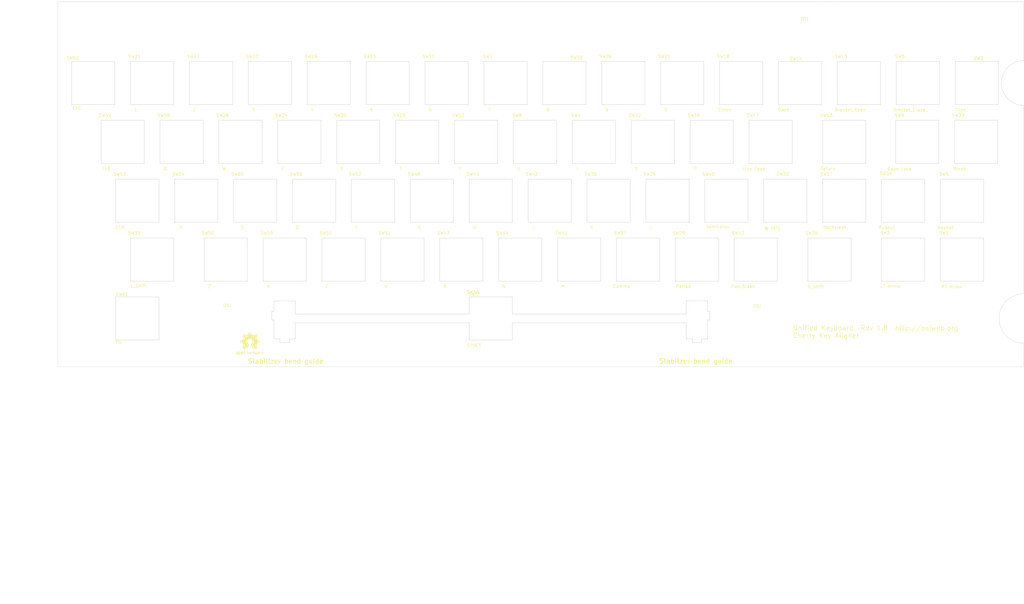
<source format=kicad_pcb>
(kicad_pcb (version 20171130) (host pcbnew "(5.1.6-0-10_14)")

  (general
    (thickness 1.6)
    (drawings 13)
    (tracks 0)
    (zones 0)
    (modules 74)
    (nets 1)
  )

  (page B)
  (title_block
    (title "Cherry Key aligner")
    (date 2020-06-22)
    (rev 1.8)
    (company OSIWeb.org)
  )

  (layers
    (0 F.Cu signal)
    (31 B.Cu signal)
    (32 B.Adhes user)
    (33 F.Adhes user)
    (34 B.Paste user)
    (35 F.Paste user)
    (36 B.SilkS user)
    (37 F.SilkS user)
    (38 B.Mask user)
    (39 F.Mask user)
    (40 Dwgs.User user)
    (41 Cmts.User user)
    (42 Eco1.User user)
    (43 Eco2.User user)
    (44 Edge.Cuts user)
    (45 Margin user)
    (46 B.CrtYd user)
    (47 F.CrtYd user)
    (48 B.Fab user)
    (49 F.Fab user)
  )

  (setup
    (last_trace_width 0.254)
    (user_trace_width 0.254)
    (user_trace_width 0.508)
    (user_trace_width 1.27)
    (trace_clearance 0.2)
    (zone_clearance 0.508)
    (zone_45_only no)
    (trace_min 0.2)
    (via_size 0.8128)
    (via_drill 0.4064)
    (via_min_size 0.4)
    (via_min_drill 0.3)
    (user_via 1.27 0.7112)
    (uvia_size 0.3048)
    (uvia_drill 0.1016)
    (uvias_allowed no)
    (uvia_min_size 0.2)
    (uvia_min_drill 0.1)
    (edge_width 0.05)
    (segment_width 0.2)
    (pcb_text_width 0.3)
    (pcb_text_size 1.5 1.5)
    (mod_edge_width 0.12)
    (mod_text_size 1 1)
    (mod_text_width 0.15)
    (pad_size 6.858 6.858)
    (pad_drill 6.858)
    (pad_to_mask_clearance 0)
    (aux_axis_origin 61.4172 179.1081)
    (grid_origin 62.1538 75.2602)
    (visible_elements 7FFFEFFF)
    (pcbplotparams
      (layerselection 0x010f0_ffffffff)
      (usegerberextensions false)
      (usegerberattributes false)
      (usegerberadvancedattributes false)
      (creategerberjobfile false)
      (excludeedgelayer true)
      (linewidth 0.100000)
      (plotframeref false)
      (viasonmask false)
      (mode 1)
      (useauxorigin false)
      (hpglpennumber 1)
      (hpglpenspeed 20)
      (hpglpendiameter 15.000000)
      (psnegative false)
      (psa4output false)
      (plotreference true)
      (plotvalue true)
      (plotinvisibletext false)
      (padsonsilk false)
      (subtractmaskfromsilk false)
      (outputformat 1)
      (mirror false)
      (drillshape 0)
      (scaleselection 1)
      (outputdirectory "outputs"))
  )

  (net 0 "")

  (net_class Default "This is the default net class."
    (clearance 0.2)
    (trace_width 0.254)
    (via_dia 0.8128)
    (via_drill 0.4064)
    (uvia_dia 0.3048)
    (uvia_drill 0.1016)
    (diff_pair_width 0.2032)
    (diff_pair_gap 0.254)
  )

  (net_class power1 ""
    (clearance 0.254)
    (trace_width 1.27)
    (via_dia 1.27)
    (via_drill 0.7112)
    (uvia_dia 0.3048)
    (uvia_drill 0.1016)
    (diff_pair_width 0.2032)
    (diff_pair_gap 0.254)
  )

  (net_class signal ""
    (clearance 0.2032)
    (trace_width 0.254)
    (via_dia 0.8128)
    (via_drill 0.4064)
    (uvia_dia 0.3048)
    (uvia_drill 0.1016)
    (diff_pair_width 0.2032)
    (diff_pair_gap 0.254)
  )

  (module unikbd:kbd_mounting_holes_only (layer F.Cu) (tedit 5EF57261) (tstamp 5EF5D90A)
    (at 301.0408 163.87826 90)
    (descr "Through hole straight pin header, 2x20, 2.54mm pitch, double rows")
    (tags "Through hole pin header THT 2x20 2.54mm double row")
    (fp_text reference REF** (at 1.2954 -2.5078 90) (layer F.Fab) hide
      (effects (font (size 1 1) (thickness 0.15)))
    )
    (fp_text value "Interface mount" (at 1.27 50.59 90) (layer F.Fab) hide
      (effects (font (size 1 1) (thickness 0.15)))
    )
    (pad "" np_thru_hole circle (at 1.2954 54.5606 90) (size 3.175 3.175) (drill 3.175) (layers *.Cu *.Mask))
    (pad "" np_thru_hole circle (at 1.2954 -8.8124 90) (size 3.175 3.175) (drill 3.175) (layers *.Cu *.Mask))
    (pad "" np_thru_hole circle (at 91.4924 -2.8688 90) (size 3.175 3.175) (drill 3.175) (layers *.Cu *.Mask))
    (pad "" np_thru_hole circle (at 91.4924 50.4712 90) (size 3.175 3.175) (drill 3.175) (layers *.Cu *.Mask))
    (model ${KISYS3DMOD}/Connector_PinHeader_2.54mm.3dshapes/PinHeader_2x20_P2.54mm_Vertical.wrl
      (offset (xyz 2.54 0 -1.8288))
      (scale (xyz 1 1 1))
      (rotate (xyz 0 180 0))
    )
  )

  (module unikbd:OSI_spacer_holes (layer F.Cu) (tedit 5EF5305C) (tstamp 5EE2E784)
    (at 197.15988 165.99916)
    (fp_text reference REF** (at 0 0.5) (layer F.SilkS) hide
      (effects (font (size 1 1) (thickness 0.15)))
    )
    (fp_text value "OSI mounting holes" (at -0.32258 11.14044) (layer F.Fab)
      (effects (font (size 1 1) (thickness 0.15)))
    )
    (fp_line (start 104.14 -87.63) (end 104.14 -102.87) (layer F.CrtYd) (width 0.12))
    (fp_line (start 104.14 -87.63) (end 114.3 -87.63) (layer F.CrtYd) (width 0.12))
    (fp_line (start 114.3 -102.87) (end 114.3 -87.63) (layer F.CrtYd) (width 0.12))
    (fp_line (start 104.14 -102.87) (end 114.3 -102.87) (layer F.CrtYd) (width 0.12))
    (fp_line (start -114.3 -87.63) (end -114.3 -102.87) (layer F.CrtYd) (width 0.12))
    (fp_line (start -114.3 -87.63) (end -104.14 -87.63) (layer F.CrtYd) (width 0.12))
    (fp_line (start -104.14 -102.87) (end -104.14 -87.63) (layer F.CrtYd) (width 0.12))
    (fp_line (start -114.3 -102.87) (end -104.14 -102.87) (layer F.CrtYd) (width 0.12))
    (fp_line (start -5.08 -87.7824) (end -5.08 -103.0224) (layer F.CrtYd) (width 0.12))
    (fp_line (start -5.08 -87.7824) (end 5.08 -87.7824) (layer F.CrtYd) (width 0.12))
    (fp_line (start 5.08 -103.0224) (end 5.08 -87.7824) (layer F.CrtYd) (width 0.12))
    (fp_line (start -5.08 -103.0224) (end 5.08 -103.0224) (layer F.CrtYd) (width 0.12))
    (fp_circle (center 109.22 -97.79) (end 114.046 -97.79) (layer Cmts.User) (width 0.15))
    (fp_circle (center -109.22 -97.79) (end -104.394 -97.79) (layer Cmts.User) (width 0.15))
    (fp_circle (center 0 -97.9424) (end 4.826 -97.9424) (layer Cmts.User) (width 0.15))
    (fp_circle (center -85.725 0.635) (end -81.975 0.635) (layer F.CrtYd) (width 0.05))
    (fp_circle (center -85.725 0.635) (end -82.225 0.635) (layer Cmts.User) (width 0.15))
    (fp_circle (center 85.725 0.635) (end 89.475 0.635) (layer F.CrtYd) (width 0.05))
    (fp_circle (center 85.725 0.635) (end 89.225 0.635) (layer Cmts.User) (width 0.15))
    (fp_circle (center 0 -92.8624) (end 4.826 -92.8624) (layer Cmts.User) (width 0.15))
    (fp_circle (center -109.22 -92.71) (end -104.394 -92.71) (layer Cmts.User) (width 0.15))
    (fp_circle (center 109.22 -92.71) (end 114.046 -92.71) (layer Cmts.User) (width 0.15))
    (fp_text user %R (at 110.75162 -87.97036) (layer F.Fab)
      (effects (font (size 1 1) (thickness 0.15)))
    )
    (fp_text user OSI (at 101.48062 -96.93656) (layer F.SilkS)
      (effects (font (size 1 1) (thickness 0.15)))
    )
    (fp_text user %R (at -85.03158 5.42544) (layer F.Fab)
      (effects (font (size 1 1) (thickness 0.15)))
    )
    (fp_text user OSI (at -85.28558 -4.17576) (layer F.SilkS)
      (effects (font (size 1 1) (thickness 0.15)))
    )
    (fp_text user %R (at 86.31682 5.65404) (layer F.Fab)
      (effects (font (size 1 1) (thickness 0.15)))
    )
    (fp_text user OSI (at 86.06282 -3.94716) (layer F.SilkS)
      (effects (font (size 1 1) (thickness 0.15)))
    )
    (fp_text user OSI (at 0.59182 -97.46996) (layer F.SilkS)
      (effects (font (size 1 1) (thickness 0.15)))
    )
    (fp_text user %R (at 0.84582 -87.86876) (layer F.Fab)
      (effects (font (size 1 1) (thickness 0.15)))
    )
    (fp_text user OSI (at -109.56798 -97.46996) (layer F.SilkS)
      (effects (font (size 1 1) (thickness 0.15)))
    )
    (fp_text user %R (at -109.31398 -87.86876) (layer F.Fab)
      (effects (font (size 1 1) (thickness 0.15)))
    )
    (fp_text user OSI (at 101.48062 -96.93656) (layer F.SilkS)
      (effects (font (size 1 1) (thickness 0.15)))
    )
    (fp_text user %R (at 110.75162 -87.97036) (layer F.Fab)
      (effects (font (size 1 1) (thickness 0.15)))
    )
    (pad "" np_thru_hole circle (at -85.725 0.635) (size 7.112 7.112) (drill 7.112) (layers *.Cu *.Mask))
    (pad "" np_thru_hole circle (at 85.725 0.635) (size 7.112 7.112) (drill 7.112) (layers *.Cu *.Mask))
    (pad "" np_thru_hole oval (at 0 -95.25) (size 7.112 12.192) (drill oval 7.112 12.192) (layers *.Cu *.Mask))
    (pad "" np_thru_hole oval (at -109.22 -95.25) (size 7.112 12.192) (drill oval 7.112 12.192) (layers *.Cu *.Mask))
    (pad "" np_thru_hole oval (at 109.22 -95.25) (size 7.112 12.192) (drill oval 7.112 12.192) (layers *.Cu *.Mask))
  )

  (module unikbd:MX_space_aligner (layer F.Cu) (tedit 5EE3C1C3) (tstamp 5D0D7A0F)
    (at 197.15988 165.99916)
    (path /5BC3E99D/5BC6CD72)
    (fp_text reference SW46 (at -5.7912 -8.6106) (layer F.SilkS)
      (effects (font (size 1 1) (thickness 0.15)))
    )
    (fp_text value SPACE (at -5.334 8.6614) (layer F.SilkS)
      (effects (font (size 1 1) (thickness 0.15)))
    )
    (fp_line (start 6.985 -6.985) (end 6.985 -1.397) (layer Edge.Cuts) (width 0.12))
    (fp_line (start 6.985 -1.397) (end 63.2206 -1.397) (layer Edge.Cuts) (width 0.12))
    (fp_line (start 63.2206 -1.397) (end 63.2206 -5.6896) (layer Edge.Cuts) (width 0.12))
    (fp_line (start 63.2206 -5.6896) (end 70.1294 -5.6896) (layer Edge.Cuts) (width 0.12))
    (fp_line (start 70.1294 -5.6896) (end 70.1294 -2.286) (layer Edge.Cuts) (width 0.12))
    (fp_line (start 70.1294 -2.286) (end 70.866 -2.286) (layer Edge.Cuts) (width 0.12))
    (fp_line (start 70.866 -2.286) (end 70.866 0.508) (layer Edge.Cuts) (width 0.12))
    (fp_line (start 70.866 0.508) (end 70.1294 0.508) (layer Edge.Cuts) (width 0.12))
    (fp_line (start 70.1294 0.508) (end 70.1294 6.604) (layer Edge.Cuts) (width 0.12))
    (fp_line (start 70.1294 6.604) (end 68.199 6.604) (layer Edge.Cuts) (width 0.12))
    (fp_line (start 68.199 6.604) (end 68.199 7.7724) (layer Edge.Cuts) (width 0.12))
    (fp_line (start 68.199 7.7724) (end 65.151 7.7724) (layer Edge.Cuts) (width 0.12))
    (fp_line (start 65.151 7.7724) (end 65.151 6.604) (layer Edge.Cuts) (width 0.12))
    (fp_line (start 65.151 6.604) (end 63.2206 6.604) (layer Edge.Cuts) (width 0.12))
    (fp_line (start 63.2206 6.604) (end 63.2206 1.397) (layer Edge.Cuts) (width 0.12))
    (fp_line (start 63.2206 1.397) (end 6.985 1.397) (layer Edge.Cuts) (width 0.12))
    (fp_line (start 6.985 1.397) (end 6.985 6.985) (layer Edge.Cuts) (width 0.12))
    (fp_line (start 6.985 6.985) (end -6.985 6.985) (layer Edge.Cuts) (width 0.12))
    (fp_line (start -6.985 6.985) (end -6.985 1.397) (layer Edge.Cuts) (width 0.12))
    (fp_line (start -6.985 1.397) (end -63.2206 1.397) (layer Edge.Cuts) (width 0.12))
    (fp_line (start -63.2206 1.397) (end -63.2206 6.604) (layer Edge.Cuts) (width 0.12))
    (fp_line (start -63.2206 6.604) (end -65.151 6.604) (layer Edge.Cuts) (width 0.12))
    (fp_line (start -65.151 6.604) (end -65.151 7.7724) (layer Edge.Cuts) (width 0.12))
    (fp_line (start -65.151 7.7724) (end -68.199 7.7724) (layer Edge.Cuts) (width 0.12))
    (fp_line (start -68.199 7.7724) (end -68.199 6.604) (layer Edge.Cuts) (width 0.12))
    (fp_line (start -68.199 6.604) (end -70.1294 6.604) (layer Edge.Cuts) (width 0.12))
    (fp_line (start -70.1294 6.604) (end -70.1294 0.508) (layer Edge.Cuts) (width 0.12))
    (fp_line (start -70.1294 0.508) (end -70.866 0.508) (layer Edge.Cuts) (width 0.12))
    (fp_line (start -70.866 0.508) (end -70.866 -2.286) (layer Edge.Cuts) (width 0.12))
    (fp_line (start -70.866 -2.286) (end -70.1294 -2.286) (layer Edge.Cuts) (width 0.12))
    (fp_line (start -70.1294 -2.286) (end -70.1294 -5.6896) (layer Edge.Cuts) (width 0.12))
    (fp_line (start -70.1294 -5.6896) (end -63.2206 -5.6896) (layer Edge.Cuts) (width 0.12))
    (fp_line (start -63.2206 -5.6896) (end -63.2206 -1.397) (layer Edge.Cuts) (width 0.12))
    (fp_line (start -63.2206 -1.397) (end -6.985 -1.397) (layer Edge.Cuts) (width 0.12))
    (fp_line (start -6.985 -1.397) (end -6.985 -6.985) (layer Edge.Cuts) (width 0.12))
    (fp_line (start -6.985 -6.985) (end 6.985 -6.985) (layer Edge.Cuts) (width 0.12))
    (fp_text user REF** (at 0 0.5) (layer F.SilkS) hide
      (effects (font (size 1 1) (thickness 0.15)))
    )
    (fp_text user Futaba_2u_Cherry_aligner (at 0 -0.5) (layer F.Fab)
      (effects (font (size 1 1) (thickness 0.15)))
    )
    (fp_text user SW** (at -5.334 -7.874) (layer F.SilkS)
      (effects (font (size 1 1) (thickness 0.15)))
    )
    (fp_text user MX_space_aligner (at -0.6096 7.9248) (layer B.Fab)
      (effects (font (size 1 1) (thickness 0.15)))
    )
  )

  (module unikbd:Key_MX_Aligner (layer F.Cu) (tedit 5E72B33B) (tstamp 5EE2E6D8)
    (at 335.06918 108.84916)
    (path /5BC3EA0A/5BCAF394)
    (fp_text reference SW9 (at -5.7912 -8.6106) (layer F.SilkS)
      (effects (font (size 1 1) (thickness 0.15)))
    )
    (fp_text value "Caps Lock" (at -5.7023 8.71982) (layer F.SilkS)
      (effects (font (size 1 1) (thickness 0.15)))
    )
    (fp_line (start -6.985 -6.985) (end -6.985 6.985) (layer Edge.Cuts) (width 0.12))
    (fp_line (start 6.985 6.985) (end 6.985 -6.985) (layer Edge.Cuts) (width 0.12))
    (fp_line (start -6.985 -6.985) (end 6.985 -6.985) (layer Edge.Cuts) (width 0.12))
    (fp_line (start -6.985 6.985) (end 6.985 6.985) (layer Edge.Cuts) (width 0.12))
  )

  (module unikbd:Key_MX_Aligner (layer F.Cu) (tedit 5E72B33B) (tstamp 5E0A154C)
    (at 82.85988 165.99916)
    (fp_text reference SW61 (at -5.0292 -7.7724) (layer F.SilkS)
      (effects (font (size 1 1) (thickness 0.15)))
    )
    (fp_text value FN (at -6.1214 7.7978) (layer F.SilkS)
      (effects (font (size 1 1) (thickness 0.15)))
    )
    (fp_line (start -6.985 -6.985) (end -6.985 6.985) (layer Edge.Cuts) (width 0.12))
    (fp_line (start 6.985 6.985) (end 6.985 -6.985) (layer Edge.Cuts) (width 0.12))
    (fp_line (start -6.985 -6.985) (end 6.985 -6.985) (layer Edge.Cuts) (width 0.12))
    (fp_line (start -6.985 6.985) (end 6.985 6.985) (layer Edge.Cuts) (width 0.12))
  )

  (module unikbd:Key_MX_Aligner (layer F.Cu) (tedit 5E72B33B) (tstamp 5D0F9D4F)
    (at 287.64738 108.84916)
    (path /5BC3EA0A/5BCAF39B)
    (fp_text reference SW17 (at -5.7912 -8.6106) (layer F.SilkS)
      (effects (font (size 1 1) (thickness 0.15)))
    )
    (fp_text value "Line Feed" (at -5.37464 8.79094) (layer F.SilkS)
      (effects (font (size 1 1) (thickness 0.15)))
    )
    (fp_line (start -6.985 -6.985) (end -6.985 6.985) (layer Edge.Cuts) (width 0.12))
    (fp_line (start 6.985 6.985) (end 6.985 -6.985) (layer Edge.Cuts) (width 0.12))
    (fp_line (start -6.985 -6.985) (end 6.985 -6.985) (layer Edge.Cuts) (width 0.12))
    (fp_line (start -6.985 6.985) (end 6.985 6.985) (layer Edge.Cuts) (width 0.12))
  )

  (module unikbd:Key_MX_Aligner (layer F.Cu) (tedit 5E72B33B) (tstamp 5D0FBBE7)
    (at 244.78488 146.94916)
    (path /5BC3E99D/5BC6CEDD)
    (fp_text reference SW37 (at -5.7912 -8.6106) (layer F.SilkS)
      (effects (font (size 1 1) (thickness 0.15)))
    )
    (fp_text value Comma (at -5.334 8.6614) (layer F.SilkS)
      (effects (font (size 1 1) (thickness 0.15)))
    )
    (fp_line (start -6.985 -6.985) (end -6.985 6.985) (layer Edge.Cuts) (width 0.12))
    (fp_line (start 6.985 6.985) (end 6.985 -6.985) (layer Edge.Cuts) (width 0.12))
    (fp_line (start -6.985 -6.985) (end 6.985 -6.985) (layer Edge.Cuts) (width 0.12))
    (fp_line (start -6.985 6.985) (end 6.985 6.985) (layer Edge.Cuts) (width 0.12))
  )

  (module unikbd:Key_MX_Aligner locked (layer F.Cu) (tedit 5E72B33B) (tstamp 5D0D7CEF)
    (at 87.62238 89.79916)
    (path /5BC3EA0A/5BCAF489)
    (fp_text reference SW31 (at -5.7912 -8.6106) (layer F.SilkS)
      (effects (font (size 1 1) (thickness 0.15)))
    )
    (fp_text value 1 (at -5.334 8.6614) (layer F.SilkS)
      (effects (font (size 1 1) (thickness 0.15)))
    )
    (fp_line (start -6.985 -6.985) (end -6.985 6.985) (layer Edge.Cuts) (width 0.12))
    (fp_line (start 6.985 6.985) (end 6.985 -6.985) (layer Edge.Cuts) (width 0.12))
    (fp_line (start -6.985 -6.985) (end 6.985 -6.985) (layer Edge.Cuts) (width 0.12))
    (fp_line (start -6.985 6.985) (end 6.985 6.985) (layer Edge.Cuts) (width 0.12))
  )

  (module unikbd:Key_MX_Aligner locked (layer F.Cu) (tedit 5E72B33B) (tstamp 5D0D7CDF)
    (at 220.97238 89.79916)
    (path /5BC3EA0A/5BCAF419)
    (fp_text reference SW30 (at 3.91922 -8.21436) (layer F.SilkS)
      (effects (font (size 1 1) (thickness 0.15)))
    )
    (fp_text value 8 (at -5.334 8.6614) (layer F.SilkS)
      (effects (font (size 1 1) (thickness 0.15)))
    )
    (fp_line (start -6.985 -6.985) (end -6.985 6.985) (layer Edge.Cuts) (width 0.12))
    (fp_line (start 6.985 6.985) (end 6.985 -6.985) (layer Edge.Cuts) (width 0.12))
    (fp_line (start -6.985 -6.985) (end 6.985 -6.985) (layer Edge.Cuts) (width 0.12))
    (fp_line (start -6.985 6.985) (end 6.985 6.985) (layer Edge.Cuts) (width 0.12))
  )

  (module unikbd:Key_MX_Aligner (layer F.Cu) (tedit 5E72B33B) (tstamp 5D633EAE)
    (at 263.83488 146.94916)
    (path /5BC3EA0A/5BCAF3A9)
    (fp_text reference SW29 (at -5.7912 -8.6106) (layer F.SilkS)
      (effects (font (size 1 1) (thickness 0.15)))
    )
    (fp_text value Period (at -4.38658 8.6614) (layer F.SilkS)
      (effects (font (size 1 1) (thickness 0.15)))
    )
    (fp_line (start -6.985 -6.985) (end -6.985 6.985) (layer Edge.Cuts) (width 0.12))
    (fp_line (start 6.985 6.985) (end 6.985 -6.985) (layer Edge.Cuts) (width 0.12))
    (fp_line (start -6.985 -6.985) (end 6.985 -6.985) (layer Edge.Cuts) (width 0.12))
    (fp_line (start -6.985 6.985) (end 6.985 6.985) (layer Edge.Cuts) (width 0.12))
  )

  (module unikbd:Key_MX_Aligner (layer F.Cu) (tedit 5E72B33B) (tstamp 5D0F9EDE)
    (at 116.19738 108.84916)
    (path /5BC3EA0A/5BCAF339)
    (fp_text reference SW28 (at -5.7912 -8.6106) (layer F.SilkS)
      (effects (font (size 1 1) (thickness 0.15)))
    )
    (fp_text value W (at -5.334 8.6614) (layer F.SilkS)
      (effects (font (size 1 1) (thickness 0.15)))
    )
    (fp_line (start -6.985 -6.985) (end -6.985 6.985) (layer Edge.Cuts) (width 0.12))
    (fp_line (start 6.985 6.985) (end 6.985 -6.985) (layer Edge.Cuts) (width 0.12))
    (fp_line (start -6.985 -6.985) (end 6.985 -6.985) (layer Edge.Cuts) (width 0.12))
    (fp_line (start -6.985 6.985) (end 6.985 6.985) (layer Edge.Cuts) (width 0.12))
  )

  (module unikbd:Key_MX_Aligner locked (layer F.Cu) (tedit 5E72B33B) (tstamp 5D0D7CAF)
    (at 106.67238 89.79916)
    (path /5BC3EA0A/5BCAF490)
    (fp_text reference SW27 (at -5.7912 -8.6106) (layer F.SilkS)
      (effects (font (size 1 1) (thickness 0.15)))
    )
    (fp_text value 2 (at -5.334 8.6614) (layer F.SilkS)
      (effects (font (size 1 1) (thickness 0.15)))
    )
    (fp_line (start -6.985 -6.985) (end -6.985 6.985) (layer Edge.Cuts) (width 0.12))
    (fp_line (start 6.985 6.985) (end 6.985 -6.985) (layer Edge.Cuts) (width 0.12))
    (fp_line (start -6.985 -6.985) (end 6.985 -6.985) (layer Edge.Cuts) (width 0.12))
    (fp_line (start -6.985 6.985) (end 6.985 6.985) (layer Edge.Cuts) (width 0.12))
  )

  (module unikbd:Key_MX_Aligner locked (layer F.Cu) (tedit 5E72B33B) (tstamp 5D0D7C9F)
    (at 240.02238 89.79916)
    (path /5BC3EA0A/5BCAF420)
    (fp_text reference SW26 (at -5.7912 -8.6106) (layer F.SilkS)
      (effects (font (size 1 1) (thickness 0.15)))
    )
    (fp_text value 9 (at -5.334 8.6614) (layer F.SilkS)
      (effects (font (size 1 1) (thickness 0.15)))
    )
    (fp_line (start -6.985 -6.985) (end -6.985 6.985) (layer Edge.Cuts) (width 0.12))
    (fp_line (start 6.985 6.985) (end 6.985 -6.985) (layer Edge.Cuts) (width 0.12))
    (fp_line (start -6.985 -6.985) (end 6.985 -6.985) (layer Edge.Cuts) (width 0.12))
    (fp_line (start -6.985 6.985) (end 6.985 6.985) (layer Edge.Cuts) (width 0.12))
  )

  (module unikbd:Key_MX_Aligner (layer F.Cu) (tedit 5E72B33B) (tstamp 5D0FAB87)
    (at 254.30988 127.89916)
    (path /5BC3EA0A/5BCAF3B0)
    (fp_text reference SW25 (at -5.7912 -8.6106) (layer F.SilkS)
      (effects (font (size 1 1) (thickness 0.15)))
    )
    (fp_text value L (at -5.334 8.6614) (layer F.SilkS)
      (effects (font (size 1 1) (thickness 0.15)))
    )
    (fp_line (start -6.985 -6.985) (end -6.985 6.985) (layer Edge.Cuts) (width 0.12))
    (fp_line (start 6.985 6.985) (end 6.985 -6.985) (layer Edge.Cuts) (width 0.12))
    (fp_line (start -6.985 -6.985) (end 6.985 -6.985) (layer Edge.Cuts) (width 0.12))
    (fp_line (start -6.985 6.985) (end 6.985 6.985) (layer Edge.Cuts) (width 0.12))
  )

  (module unikbd:Key_MX_Aligner (layer F.Cu) (tedit 5E72B33B) (tstamp 5D0F9EA5)
    (at 135.24738 108.84916)
    (path /5BC3EA0A/5BCAF340)
    (fp_text reference SW24 (at -5.7912 -8.6106) (layer F.SilkS)
      (effects (font (size 1 1) (thickness 0.15)))
    )
    (fp_text value E (at -5.334 8.6614) (layer F.SilkS)
      (effects (font (size 1 1) (thickness 0.15)))
    )
    (fp_line (start -6.985 -6.985) (end -6.985 6.985) (layer Edge.Cuts) (width 0.12))
    (fp_line (start 6.985 6.985) (end 6.985 -6.985) (layer Edge.Cuts) (width 0.12))
    (fp_line (start -6.985 -6.985) (end 6.985 -6.985) (layer Edge.Cuts) (width 0.12))
    (fp_line (start -6.985 6.985) (end 6.985 6.985) (layer Edge.Cuts) (width 0.12))
  )

  (module unikbd:Key_MX_Aligner locked (layer F.Cu) (tedit 5E72B33B) (tstamp 5D0D7C6F)
    (at 125.72238 89.79916)
    (path /5BC3EA0A/5BCAF482)
    (fp_text reference SW23 (at -5.7912 -8.6106) (layer F.SilkS)
      (effects (font (size 1 1) (thickness 0.15)))
    )
    (fp_text value 3 (at -5.334 8.6614) (layer F.SilkS)
      (effects (font (size 1 1) (thickness 0.15)))
    )
    (fp_line (start -6.985 -6.985) (end -6.985 6.985) (layer Edge.Cuts) (width 0.12))
    (fp_line (start 6.985 6.985) (end 6.985 -6.985) (layer Edge.Cuts) (width 0.12))
    (fp_line (start -6.985 -6.985) (end 6.985 -6.985) (layer Edge.Cuts) (width 0.12))
    (fp_line (start -6.985 6.985) (end 6.985 6.985) (layer Edge.Cuts) (width 0.12))
  )

  (module unikbd:Key_MX_Aligner (layer F.Cu) (tedit 5E72B33B) (tstamp 5D633858)
    (at 249.54738 108.84916)
    (path /5BC3EA0A/5BCAF412)
    (fp_text reference SW22 (at -5.7912 -8.6106) (layer F.SilkS)
      (effects (font (size 1 1) (thickness 0.15)))
    )
    (fp_text value 0 (at -5.334 8.6614) (layer F.SilkS)
      (effects (font (size 1 1) (thickness 0.15)))
    )
    (fp_line (start -6.985 -6.985) (end -6.985 6.985) (layer Edge.Cuts) (width 0.12))
    (fp_line (start 6.985 6.985) (end 6.985 -6.985) (layer Edge.Cuts) (width 0.12))
    (fp_line (start -6.985 -6.985) (end 6.985 -6.985) (layer Edge.Cuts) (width 0.12))
    (fp_line (start -6.985 6.985) (end 6.985 6.985) (layer Edge.Cuts) (width 0.12))
  )

  (module unikbd:Key_MX_Aligner locked (layer F.Cu) (tedit 5E72B33B) (tstamp 5D0D7C4F)
    (at 259.07238 89.79916)
    (path /5BC3EA0A/5BCAF3A2)
    (fp_text reference SW21 (at -5.7912 -8.6106) (layer F.SilkS)
      (effects (font (size 1 1) (thickness 0.15)))
    )
    (fp_text value O (at -5.334 8.6614) (layer F.SilkS)
      (effects (font (size 1 1) (thickness 0.15)))
    )
    (fp_line (start -6.985 -6.985) (end -6.985 6.985) (layer Edge.Cuts) (width 0.12))
    (fp_line (start 6.985 6.985) (end 6.985 -6.985) (layer Edge.Cuts) (width 0.12))
    (fp_line (start -6.985 -6.985) (end 6.985 -6.985) (layer Edge.Cuts) (width 0.12))
    (fp_line (start -6.985 6.985) (end 6.985 6.985) (layer Edge.Cuts) (width 0.12))
  )

  (module unikbd:Key_MX_Aligner (layer F.Cu) (tedit 5E72B33B) (tstamp 5D0F9E6C)
    (at 154.29738 108.84916)
    (path /5BC3EA0A/5BCAF332)
    (fp_text reference SW20 (at -5.7912 -8.6106) (layer F.SilkS)
      (effects (font (size 1 1) (thickness 0.15)))
    )
    (fp_text value R (at -5.334 8.6614) (layer F.SilkS)
      (effects (font (size 1 1) (thickness 0.15)))
    )
    (fp_line (start -6.985 -6.985) (end -6.985 6.985) (layer Edge.Cuts) (width 0.12))
    (fp_line (start 6.985 6.985) (end 6.985 -6.985) (layer Edge.Cuts) (width 0.12))
    (fp_line (start -6.985 -6.985) (end 6.985 -6.985) (layer Edge.Cuts) (width 0.12))
    (fp_line (start -6.985 6.985) (end 6.985 6.985) (layer Edge.Cuts) (width 0.12))
  )

  (module unikbd:Key_MX_Aligner locked (layer F.Cu) (tedit 5E72B33B) (tstamp 5D0D7C2F)
    (at 144.77238 89.79916)
    (path /5BC3EA0A/5BCAF47B)
    (fp_text reference SW19 (at -5.7912 -8.6106) (layer F.SilkS)
      (effects (font (size 1 1) (thickness 0.15)))
    )
    (fp_text value 4 (at -5.334 8.6614) (layer F.SilkS)
      (effects (font (size 1 1) (thickness 0.15)))
    )
    (fp_line (start -6.985 -6.985) (end -6.985 6.985) (layer Edge.Cuts) (width 0.12))
    (fp_line (start 6.985 6.985) (end 6.985 -6.985) (layer Edge.Cuts) (width 0.12))
    (fp_line (start -6.985 -6.985) (end 6.985 -6.985) (layer Edge.Cuts) (width 0.12))
    (fp_line (start -6.985 6.985) (end 6.985 6.985) (layer Edge.Cuts) (width 0.12))
  )

  (module unikbd:Key_MX_Aligner locked (layer F.Cu) (tedit 5E72B33B) (tstamp 5D0D7C1F)
    (at 278.12238 89.79916)
    (path /5BC3EA0A/5BCAF40B)
    (fp_text reference SW18 (at -5.7912 -8.6106) (layer F.SilkS)
      (effects (font (size 1 1) (thickness 0.15)))
    )
    (fp_text value Colon (at -5.334 8.6614) (layer F.SilkS)
      (effects (font (size 1 1) (thickness 0.15)))
    )
    (fp_line (start -6.985 -6.985) (end -6.985 6.985) (layer Edge.Cuts) (width 0.12))
    (fp_line (start 6.985 6.985) (end 6.985 -6.985) (layer Edge.Cuts) (width 0.12))
    (fp_line (start -6.985 -6.985) (end 6.985 -6.985) (layer Edge.Cuts) (width 0.12))
    (fp_line (start -6.985 6.985) (end 6.985 6.985) (layer Edge.Cuts) (width 0.12))
  )

  (module unikbd:Key_MX_Aligner (layer F.Cu) (tedit 5E72B33B) (tstamp 5D0F9D88)
    (at 173.34738 108.84916)
    (path /5BC3EA0A/5BCAF32B)
    (fp_text reference SW16 (at -5.7912 -8.6106) (layer F.SilkS)
      (effects (font (size 1 1) (thickness 0.15)))
    )
    (fp_text value T (at -5.334 8.6614) (layer F.SilkS)
      (effects (font (size 1 1) (thickness 0.15)))
    )
    (fp_line (start -6.985 -6.985) (end -6.985 6.985) (layer Edge.Cuts) (width 0.12))
    (fp_line (start 6.985 6.985) (end 6.985 -6.985) (layer Edge.Cuts) (width 0.12))
    (fp_line (start -6.985 -6.985) (end 6.985 -6.985) (layer Edge.Cuts) (width 0.12))
    (fp_line (start -6.985 6.985) (end 6.985 6.985) (layer Edge.Cuts) (width 0.12))
  )

  (module unikbd:Key_MX_Aligner locked (layer F.Cu) (tedit 5E72B33B) (tstamp 5D0D7BEF)
    (at 163.82238 89.79916)
    (path /5BC3EA0A/5BCAF46D)
    (fp_text reference SW15 (at -5.7912 -8.6106) (layer F.SilkS)
      (effects (font (size 1 1) (thickness 0.15)))
    )
    (fp_text value 5 (at -5.334 8.6614) (layer F.SilkS)
      (effects (font (size 1 1) (thickness 0.15)))
    )
    (fp_line (start -6.985 -6.985) (end -6.985 6.985) (layer Edge.Cuts) (width 0.12))
    (fp_line (start 6.985 6.985) (end 6.985 -6.985) (layer Edge.Cuts) (width 0.12))
    (fp_line (start -6.985 -6.985) (end 6.985 -6.985) (layer Edge.Cuts) (width 0.12))
    (fp_line (start -6.985 6.985) (end 6.985 6.985) (layer Edge.Cuts) (width 0.12))
  )

  (module unikbd:Key_MX_Aligner locked (layer F.Cu) (tedit 5E72B33B) (tstamp 5D0D7BDF)
    (at 297.17238 89.79916)
    (path /5BC3EA0A/5BCAF3FD)
    (fp_text reference SW14 (at -1.33858 -7.85876) (layer F.SilkS)
      (effects (font (size 1 1) (thickness 0.15)))
    )
    (fp_text value Dash (at -5.334 8.6614) (layer F.SilkS)
      (effects (font (size 1 1) (thickness 0.15)))
    )
    (fp_line (start -6.985 -6.985) (end -6.985 6.985) (layer Edge.Cuts) (width 0.12))
    (fp_line (start 6.985 6.985) (end 6.985 -6.985) (layer Edge.Cuts) (width 0.12))
    (fp_line (start -6.985 -6.985) (end 6.985 -6.985) (layer Edge.Cuts) (width 0.12))
    (fp_line (start -6.985 6.985) (end 6.985 6.985) (layer Edge.Cuts) (width 0.12))
  )

  (module unikbd:Key_MX_Aligner (layer F.Cu) (tedit 5E72B33B) (tstamp 5EE2E6FC)
    (at 311.45988 108.84916)
    (path /5BC3EA0A/5BCAF38D)
    (fp_text reference SW13 (at -5.7912 -8.6106) (layer F.SilkS)
      (effects (font (size 1 1) (thickness 0.15)))
    )
    (fp_text value Return (at -5.334 8.6614) (layer F.SilkS)
      (effects (font (size 1 1) (thickness 0.15)))
    )
    (fp_line (start -6.985 -6.985) (end -6.985 6.985) (layer Edge.Cuts) (width 0.12))
    (fp_line (start 6.985 6.985) (end 6.985 -6.985) (layer Edge.Cuts) (width 0.12))
    (fp_line (start -6.985 -6.985) (end 6.985 -6.985) (layer Edge.Cuts) (width 0.12))
    (fp_line (start -6.985 6.985) (end 6.985 6.985) (layer Edge.Cuts) (width 0.12))
  )

  (module unikbd:Key_MX_Aligner (layer F.Cu) (tedit 5E72B33B) (tstamp 5D0F9DFA)
    (at 192.39738 108.84916)
    (path /5BC3EA0A/5BCAF31D)
    (fp_text reference SW12 (at -5.7912 -8.6106) (layer F.SilkS)
      (effects (font (size 1 1) (thickness 0.15)))
    )
    (fp_text value Y (at -5.334 8.6614) (layer F.SilkS)
      (effects (font (size 1 1) (thickness 0.15)))
    )
    (fp_line (start -6.985 -6.985) (end -6.985 6.985) (layer Edge.Cuts) (width 0.12))
    (fp_line (start 6.985 6.985) (end 6.985 -6.985) (layer Edge.Cuts) (width 0.12))
    (fp_line (start -6.985 -6.985) (end 6.985 -6.985) (layer Edge.Cuts) (width 0.12))
    (fp_line (start -6.985 6.985) (end 6.985 6.985) (layer Edge.Cuts) (width 0.12))
  )

  (module unikbd:Key_MX_Aligner locked (layer F.Cu) (tedit 5E72B33B) (tstamp 5D0D7BAF)
    (at 182.87238 89.79916)
    (path /5BC3EA0A/5BCAF474)
    (fp_text reference SW11 (at -5.7912 -8.6106) (layer F.SilkS)
      (effects (font (size 1 1) (thickness 0.15)))
    )
    (fp_text value 6 (at -5.334 8.6614) (layer F.SilkS)
      (effects (font (size 1 1) (thickness 0.15)))
    )
    (fp_line (start -6.985 -6.985) (end -6.985 6.985) (layer Edge.Cuts) (width 0.12))
    (fp_line (start 6.985 6.985) (end 6.985 -6.985) (layer Edge.Cuts) (width 0.12))
    (fp_line (start -6.985 -6.985) (end 6.985 -6.985) (layer Edge.Cuts) (width 0.12))
    (fp_line (start -6.985 6.985) (end 6.985 6.985) (layer Edge.Cuts) (width 0.12))
  )

  (module unikbd:Key_MX_Aligner locked (layer F.Cu) (tedit 5E72B33B) (tstamp 5D105DE3)
    (at 316.22238 89.79916)
    (path /5BC3EA0A/5BCAF404)
    (fp_text reference SW10 (at -5.7912 -8.6106) (layer F.SilkS)
      (effects (font (size 1 1) (thickness 0.15)))
    )
    (fp_text value Bracket_Open (at -2.794 8.6614) (layer F.SilkS)
      (effects (font (size 1 1) (thickness 0.15)))
    )
    (fp_line (start -6.985 -6.985) (end -6.985 6.985) (layer Edge.Cuts) (width 0.12))
    (fp_line (start 6.985 6.985) (end 6.985 -6.985) (layer Edge.Cuts) (width 0.12))
    (fp_line (start -6.985 -6.985) (end 6.985 -6.985) (layer Edge.Cuts) (width 0.12))
    (fp_line (start -6.985 6.985) (end 6.985 6.985) (layer Edge.Cuts) (width 0.12))
  )

  (module unikbd:Key_MX_Aligner (layer F.Cu) (tedit 5E72B33B) (tstamp 5D0F9DC1)
    (at 211.44738 108.84916)
    (path /5BC3EA0A/5BCAF324)
    (fp_text reference SW8 (at -5.7912 -8.6106) (layer F.SilkS)
      (effects (font (size 1 1) (thickness 0.15)))
    )
    (fp_text value U (at -5.334 8.6614) (layer F.SilkS)
      (effects (font (size 1 1) (thickness 0.15)))
    )
    (fp_line (start -6.985 -6.985) (end -6.985 6.985) (layer Edge.Cuts) (width 0.12))
    (fp_line (start 6.985 6.985) (end 6.985 -6.985) (layer Edge.Cuts) (width 0.12))
    (fp_line (start -6.985 -6.985) (end 6.985 -6.985) (layer Edge.Cuts) (width 0.12))
    (fp_line (start -6.985 6.985) (end 6.985 6.985) (layer Edge.Cuts) (width 0.12))
  )

  (module unikbd:Key_MX_Aligner (layer F.Cu) (tedit 5E72B33B) (tstamp 5D0D7B6F)
    (at 201.92238 89.79916)
    (path /5BC3EA0A/5BCAF466)
    (fp_text reference SW7 (at -5.7912 -8.6106) (layer F.SilkS)
      (effects (font (size 1 1) (thickness 0.15)))
    )
    (fp_text value 7 (at -5.334 8.6614) (layer F.SilkS)
      (effects (font (size 1 1) (thickness 0.15)))
    )
    (fp_line (start -6.985 -6.985) (end -6.985 6.985) (layer Edge.Cuts) (width 0.12))
    (fp_line (start 6.985 6.985) (end 6.985 -6.985) (layer Edge.Cuts) (width 0.12))
    (fp_line (start -6.985 -6.985) (end 6.985 -6.985) (layer Edge.Cuts) (width 0.12))
    (fp_line (start -6.985 6.985) (end 6.985 6.985) (layer Edge.Cuts) (width 0.12))
  )

  (module unikbd:Key_MX_Aligner locked (layer F.Cu) (tedit 5E72B33B) (tstamp 5D105E93)
    (at 335.27238 89.79916)
    (path /5BC3EA0A/5BCAF3F6)
    (fp_text reference SW6 (at -5.7912 -8.6106) (layer F.SilkS)
      (effects (font (size 1 1) (thickness 0.15)))
    )
    (fp_text value Bracket_Close (at -2.794 8.6614) (layer F.SilkS)
      (effects (font (size 1 1) (thickness 0.15)))
    )
    (fp_line (start -6.985 -6.985) (end -6.985 6.985) (layer Edge.Cuts) (width 0.12))
    (fp_line (start 6.985 6.985) (end 6.985 -6.985) (layer Edge.Cuts) (width 0.12))
    (fp_line (start -6.985 -6.985) (end 6.985 -6.985) (layer Edge.Cuts) (width 0.12))
    (fp_line (start -6.985 6.985) (end 6.985 6.985) (layer Edge.Cuts) (width 0.12))
  )

  (module unikbd:Key_MX_Aligner (layer F.Cu) (tedit 5E72B33B) (tstamp 5D0F200E)
    (at 349.55988 127.89916)
    (path /5BC3EA0A/5BCAF386)
    (fp_text reference SW5 (at -5.7912 -8.6106) (layer F.SilkS)
      (effects (font (size 1 1) (thickness 0.15)))
    )
    (fp_text value Repeat (at -5.334 8.6614) (layer F.SilkS)
      (effects (font (size 1 1) (thickness 0.15)))
    )
    (fp_line (start -6.985 -6.985) (end -6.985 6.985) (layer Edge.Cuts) (width 0.12))
    (fp_line (start 6.985 6.985) (end 6.985 -6.985) (layer Edge.Cuts) (width 0.12))
    (fp_line (start -6.985 -6.985) (end 6.985 -6.985) (layer Edge.Cuts) (width 0.12))
    (fp_line (start -6.985 6.985) (end 6.985 6.985) (layer Edge.Cuts) (width 0.12))
  )

  (module unikbd:Key_MX_Aligner (layer F.Cu) (tedit 5E72B33B) (tstamp 5D0F9D16)
    (at 230.49738 108.84916)
    (path /5BC3EA0A/5BCAF316)
    (fp_text reference SW4 (at -5.7912 -8.6106) (layer F.SilkS)
      (effects (font (size 1 1) (thickness 0.15)))
    )
    (fp_text value I (at -5.334 8.6614) (layer F.SilkS)
      (effects (font (size 1 1) (thickness 0.15)))
    )
    (fp_line (start -6.985 -6.985) (end -6.985 6.985) (layer Edge.Cuts) (width 0.12))
    (fp_line (start 6.985 6.985) (end 6.985 -6.985) (layer Edge.Cuts) (width 0.12))
    (fp_line (start -6.985 -6.985) (end 6.985 -6.985) (layer Edge.Cuts) (width 0.12))
    (fp_line (start -6.985 6.985) (end 6.985 6.985) (layer Edge.Cuts) (width 0.12))
  )

  (module unikbd:Key_MX_Aligner locked (layer F.Cu) (tedit 5E72B33B) (tstamp 5D0D7B1F)
    (at 354.32238 89.79916)
    (path /5BC3EA0A/5BCAF3EF)
    (fp_text reference SW3 (at 0.56642 -7.96036) (layer F.SilkS)
      (effects (font (size 1 1) (thickness 0.15)))
    )
    (fp_text value Tilde (at -5.334 8.6614) (layer F.SilkS)
      (effects (font (size 1 1) (thickness 0.15)))
    )
    (fp_line (start -6.985 -6.985) (end -6.985 6.985) (layer Edge.Cuts) (width 0.12))
    (fp_line (start 6.985 6.985) (end 6.985 -6.985) (layer Edge.Cuts) (width 0.12))
    (fp_line (start -6.985 -6.985) (end 6.985 -6.985) (layer Edge.Cuts) (width 0.12))
    (fp_line (start -6.985 6.985) (end 6.985 6.985) (layer Edge.Cuts) (width 0.12))
  )

  (module unikbd:Key_MX_Aligner (layer F.Cu) (tedit 5E72B33B) (tstamp 5D0F6109)
    (at 330.50988 146.94916)
    (path /5BC3EA0A/5BCAF37F)
    (fp_text reference SW2 (at -5.7912 -8.6106) (layer F.SilkS)
      (effects (font (size 1 1) (thickness 0.15)))
    )
    (fp_text value "LT Arrow" (at -4.15798 8.60044) (layer F.SilkS)
      (effects (font (size 1 1) (thickness 0.15)))
    )
    (fp_line (start -6.985 -6.985) (end -6.985 6.985) (layer Edge.Cuts) (width 0.12))
    (fp_line (start 6.985 6.985) (end 6.985 -6.985) (layer Edge.Cuts) (width 0.12))
    (fp_line (start -6.985 -6.985) (end 6.985 -6.985) (layer Edge.Cuts) (width 0.12))
    (fp_line (start -6.985 6.985) (end 6.985 6.985) (layer Edge.Cuts) (width 0.12))
  )

  (module unikbd:Key_MX_Aligner (layer F.Cu) (tedit 5E72B33B) (tstamp 5D0FAB4E)
    (at 120.95988 127.89916)
    (path /5BC3E99D/5BC6D0D0)
    (fp_text reference SW60 (at -5.7912 -8.6106) (layer F.SilkS)
      (effects (font (size 1 1) (thickness 0.15)))
    )
    (fp_text value S (at -4.13258 8.62584) (layer F.SilkS)
      (effects (font (size 1 1) (thickness 0.15)))
    )
    (fp_line (start -6.985 -6.985) (end -6.985 6.985) (layer Edge.Cuts) (width 0.12))
    (fp_line (start 6.985 6.985) (end 6.985 -6.985) (layer Edge.Cuts) (width 0.12))
    (fp_line (start -6.985 -6.985) (end 6.985 -6.985) (layer Edge.Cuts) (width 0.12))
    (fp_line (start -6.985 6.985) (end 6.985 6.985) (layer Edge.Cuts) (width 0.12))
  )

  (module unikbd:Key_MX_Aligner (layer F.Cu) (tedit 5E72B33B) (tstamp 5D0FB692)
    (at 130.48488 146.94916)
    (path /5BC3E99D/5BC6CF00)
    (fp_text reference SW59 (at -5.7912 -8.6106) (layer F.SilkS)
      (effects (font (size 1 1) (thickness 0.15)))
    )
    (fp_text value X (at -5.334 8.6614) (layer F.SilkS)
      (effects (font (size 1 1) (thickness 0.15)))
    )
    (fp_line (start -6.985 -6.985) (end -6.985 6.985) (layer Edge.Cuts) (width 0.12))
    (fp_line (start 6.985 6.985) (end 6.985 -6.985) (layer Edge.Cuts) (width 0.12))
    (fp_line (start -6.985 -6.985) (end 6.985 -6.985) (layer Edge.Cuts) (width 0.12))
    (fp_line (start -6.985 6.985) (end 6.985 6.985) (layer Edge.Cuts) (width 0.12))
  )

  (module unikbd:Key_MX_Aligner (layer F.Cu) (tedit 5E72B33B) (tstamp 5D0F9CDD)
    (at 97.14738 108.84916)
    (path /5BC3E99D/5BC6CD80)
    (fp_text reference SW58 (at -5.7912 -8.6106) (layer F.SilkS)
      (effects (font (size 1 1) (thickness 0.15)))
    )
    (fp_text value Q (at -5.334 8.6614) (layer F.SilkS)
      (effects (font (size 1 1) (thickness 0.15)))
    )
    (fp_line (start -6.985 -6.985) (end -6.985 6.985) (layer Edge.Cuts) (width 0.12))
    (fp_line (start 6.985 6.985) (end 6.985 -6.985) (layer Edge.Cuts) (width 0.12))
    (fp_line (start -6.985 -6.985) (end 6.985 -6.985) (layer Edge.Cuts) (width 0.12))
    (fp_line (start -6.985 6.985) (end 6.985 6.985) (layer Edge.Cuts) (width 0.12))
  )

  (module unikbd:Key_MX_Aligner (layer F.Cu) (tedit 5E72B33B) (tstamp 5D633B5C)
    (at 311.45988 127.89916)
    (path /5BC3E99D/5BC3FF70)
    (fp_text reference SW57 (at -5.7912 -8.6106) (layer F.SilkS)
      (effects (font (size 1 1) (thickness 0.15)))
    )
    (fp_text value Backslash (at -3.04038 8.52424) (layer F.SilkS)
      (effects (font (size 1 1) (thickness 0.15)))
    )
    (fp_line (start -6.985 -6.985) (end -6.985 6.985) (layer Edge.Cuts) (width 0.12))
    (fp_line (start 6.985 6.985) (end 6.985 -6.985) (layer Edge.Cuts) (width 0.12))
    (fp_line (start -6.985 -6.985) (end 6.985 -6.985) (layer Edge.Cuts) (width 0.12))
    (fp_line (start -6.985 6.985) (end 6.985 6.985) (layer Edge.Cuts) (width 0.12))
  )

  (module unikbd:Key_MX_Aligner (layer F.Cu) (tedit 5E72B33B) (tstamp 5D0FAB15)
    (at 140.00988 127.89916)
    (path /5BC3E99D/5BC6D0D7)
    (fp_text reference SW56 (at -5.7912 -8.6106) (layer F.SilkS)
      (effects (font (size 1 1) (thickness 0.15)))
    )
    (fp_text value D (at -5.334 8.6614) (layer F.SilkS)
      (effects (font (size 1 1) (thickness 0.15)))
    )
    (fp_line (start -6.985 -6.985) (end -6.985 6.985) (layer Edge.Cuts) (width 0.12))
    (fp_line (start 6.985 6.985) (end 6.985 -6.985) (layer Edge.Cuts) (width 0.12))
    (fp_line (start -6.985 -6.985) (end 6.985 -6.985) (layer Edge.Cuts) (width 0.12))
    (fp_line (start -6.985 6.985) (end 6.985 6.985) (layer Edge.Cuts) (width 0.12))
  )

  (module unikbd:Key_MX_Aligner (layer F.Cu) (tedit 5E72B33B) (tstamp 5D0FB659)
    (at 149.53488 146.94916)
    (path /5BC3E99D/5BC6CF07)
    (fp_text reference SW55 (at -5.7912 -8.6106) (layer F.SilkS)
      (effects (font (size 1 1) (thickness 0.15)))
    )
    (fp_text value C (at -5.334 8.6614) (layer F.SilkS)
      (effects (font (size 1 1) (thickness 0.15)))
    )
    (fp_line (start -6.985 -6.985) (end -6.985 6.985) (layer Edge.Cuts) (width 0.12))
    (fp_line (start 6.985 6.985) (end 6.985 -6.985) (layer Edge.Cuts) (width 0.12))
    (fp_line (start -6.985 -6.985) (end 6.985 -6.985) (layer Edge.Cuts) (width 0.12))
    (fp_line (start -6.985 6.985) (end 6.985 6.985) (layer Edge.Cuts) (width 0.12))
  )

  (module unikbd:Key_MX_Aligner (layer F.Cu) (tedit 5E72B33B) (tstamp 5D0FAADC)
    (at 101.90988 127.89916)
    (path /5BC3E99D/5BC6CD87)
    (fp_text reference SW54 (at -5.7912 -8.6106) (layer F.SilkS)
      (effects (font (size 1 1) (thickness 0.15)))
    )
    (fp_text value A (at -4.89458 8.62584) (layer F.SilkS)
      (effects (font (size 1 1) (thickness 0.15)))
    )
    (fp_line (start -6.985 -6.985) (end -6.985 6.985) (layer Edge.Cuts) (width 0.12))
    (fp_line (start 6.985 6.985) (end 6.985 -6.985) (layer Edge.Cuts) (width 0.12))
    (fp_line (start -6.985 -6.985) (end 6.985 -6.985) (layer Edge.Cuts) (width 0.12))
    (fp_line (start -6.985 6.985) (end 6.985 6.985) (layer Edge.Cuts) (width 0.12))
  )

  (module unikbd:Key_MX_Aligner (layer F.Cu) (tedit 5E72B33B) (tstamp 5D0FAF44)
    (at 82.85988 127.89916)
    (path /5BC3E99D/5BC3FF77)
    (fp_text reference SW53 (at -5.7912 -8.6106) (layer F.SilkS)
      (effects (font (size 1 1) (thickness 0.15)))
    )
    (fp_text value CTRL (at -5.334 8.6614) (layer F.SilkS)
      (effects (font (size 1 1) (thickness 0.15)))
    )
    (fp_line (start -6.985 -6.985) (end -6.985 6.985) (layer Edge.Cuts) (width 0.12))
    (fp_line (start 6.985 6.985) (end 6.985 -6.985) (layer Edge.Cuts) (width 0.12))
    (fp_line (start -6.985 -6.985) (end 6.985 -6.985) (layer Edge.Cuts) (width 0.12))
    (fp_line (start -6.985 6.985) (end 6.985 6.985) (layer Edge.Cuts) (width 0.12))
  )

  (module unikbd:Key_MX_Aligner (layer F.Cu) (tedit 5E72B33B) (tstamp 5D0FB0A3)
    (at 159.05988 127.89916)
    (path /5BC3E99D/5BC6D0C9)
    (fp_text reference SW52 (at -5.7912 -8.6106) (layer F.SilkS)
      (effects (font (size 1 1) (thickness 0.15)))
    )
    (fp_text value F (at -5.334 8.6614) (layer F.SilkS)
      (effects (font (size 1 1) (thickness 0.15)))
    )
    (fp_line (start -6.985 -6.985) (end -6.985 6.985) (layer Edge.Cuts) (width 0.12))
    (fp_line (start 6.985 6.985) (end 6.985 -6.985) (layer Edge.Cuts) (width 0.12))
    (fp_line (start -6.985 -6.985) (end 6.985 -6.985) (layer Edge.Cuts) (width 0.12))
    (fp_line (start -6.985 6.985) (end 6.985 6.985) (layer Edge.Cuts) (width 0.12))
  )

  (module unikbd:Key_MX_Aligner (layer F.Cu) (tedit 5E72B33B) (tstamp 5D0FBCCB)
    (at 168.58488 146.94916)
    (path /5BC3E99D/5BC6CEF9)
    (fp_text reference SW51 (at -5.7912 -8.6106) (layer F.SilkS)
      (effects (font (size 1 1) (thickness 0.15)))
    )
    (fp_text value V (at -5.334 8.6614) (layer F.SilkS)
      (effects (font (size 1 1) (thickness 0.15)))
    )
    (fp_line (start -6.985 -6.985) (end -6.985 6.985) (layer Edge.Cuts) (width 0.12))
    (fp_line (start 6.985 6.985) (end 6.985 -6.985) (layer Edge.Cuts) (width 0.12))
    (fp_line (start -6.985 -6.985) (end 6.985 -6.985) (layer Edge.Cuts) (width 0.12))
    (fp_line (start -6.985 6.985) (end 6.985 6.985) (layer Edge.Cuts) (width 0.12))
  )

  (module unikbd:Key_MX_Aligner (layer F.Cu) (tedit 5E72B33B) (tstamp 5D0FBC59)
    (at 111.43488 146.94916)
    (path /5BC3E99D/5BC6CD79)
    (fp_text reference SW50 (at -5.7912 -8.6106) (layer F.SilkS)
      (effects (font (size 1 1) (thickness 0.15)))
    )
    (fp_text value Z (at -5.334 8.6614) (layer F.SilkS)
      (effects (font (size 1 1) (thickness 0.15)))
    )
    (fp_line (start -6.985 -6.985) (end -6.985 6.985) (layer Edge.Cuts) (width 0.12))
    (fp_line (start 6.985 6.985) (end 6.985 -6.985) (layer Edge.Cuts) (width 0.12))
    (fp_line (start -6.985 -6.985) (end 6.985 -6.985) (layer Edge.Cuts) (width 0.12))
    (fp_line (start -6.985 6.985) (end 6.985 6.985) (layer Edge.Cuts) (width 0.12))
  )

  (module unikbd:Key_MX_Aligner (layer F.Cu) (tedit 5E72B33B) (tstamp 5D0FA2F5)
    (at 78.09738 108.84916)
    (path /5BC3E99D/5BC3FF69)
    (fp_text reference SW49 (at -5.7912 -8.6106) (layer F.SilkS)
      (effects (font (size 1 1) (thickness 0.15)))
    )
    (fp_text value TAB (at -5.334 8.6614) (layer F.SilkS)
      (effects (font (size 1 1) (thickness 0.15)))
    )
    (fp_line (start -6.985 -6.985) (end -6.985 6.985) (layer Edge.Cuts) (width 0.12))
    (fp_line (start 6.985 6.985) (end 6.985 -6.985) (layer Edge.Cuts) (width 0.12))
    (fp_line (start -6.985 -6.985) (end 6.985 -6.985) (layer Edge.Cuts) (width 0.12))
    (fp_line (start -6.985 6.985) (end 6.985 6.985) (layer Edge.Cuts) (width 0.12))
  )

  (module unikbd:Key_MX_Aligner (layer F.Cu) (tedit 5E72B33B) (tstamp 5D0FB115)
    (at 178.10988 127.89916)
    (path /5BC3E99D/5BC6D0C2)
    (fp_text reference SW48 (at -5.7912 -8.6106) (layer F.SilkS)
      (effects (font (size 1 1) (thickness 0.15)))
    )
    (fp_text value G (at -4.00558 8.62584) (layer F.SilkS)
      (effects (font (size 1 1) (thickness 0.15)))
    )
    (fp_line (start -6.985 -6.985) (end -6.985 6.985) (layer Edge.Cuts) (width 0.12))
    (fp_line (start 6.985 6.985) (end 6.985 -6.985) (layer Edge.Cuts) (width 0.12))
    (fp_line (start -6.985 -6.985) (end 6.985 -6.985) (layer Edge.Cuts) (width 0.12))
    (fp_line (start -6.985 6.985) (end 6.985 6.985) (layer Edge.Cuts) (width 0.12))
  )

  (module unikbd:Key_MX_Aligner (layer F.Cu) (tedit 5E72B33B) (tstamp 5D0FBB3C)
    (at 187.63488 146.94916)
    (path /5BC3E99D/5BC6CEF2)
    (fp_text reference SW47 (at -5.7912 -8.6106) (layer F.SilkS)
      (effects (font (size 1 1) (thickness 0.15)))
    )
    (fp_text value B (at -5.334 8.6614) (layer F.SilkS)
      (effects (font (size 1 1) (thickness 0.15)))
    )
    (fp_line (start -6.985 -6.985) (end -6.985 6.985) (layer Edge.Cuts) (width 0.12))
    (fp_line (start 6.985 6.985) (end 6.985 -6.985) (layer Edge.Cuts) (width 0.12))
    (fp_line (start -6.985 -6.985) (end 6.985 -6.985) (layer Edge.Cuts) (width 0.12))
    (fp_line (start -6.985 6.985) (end 6.985 6.985) (layer Edge.Cuts) (width 0.12))
  )

  (module unikbd:Key_MX_Aligner (layer F.Cu) (tedit 5E72B33B) (tstamp 5D0FB187)
    (at 197.15988 127.89916)
    (path /5BC3E99D/5BC6D0B4)
    (fp_text reference SW45 (at -5.7912 -8.6106) (layer F.SilkS)
      (effects (font (size 1 1) (thickness 0.15)))
    )
    (fp_text value H (at -5.334 8.6614) (layer F.SilkS)
      (effects (font (size 1 1) (thickness 0.15)))
    )
    (fp_line (start -6.985 -6.985) (end -6.985 6.985) (layer Edge.Cuts) (width 0.12))
    (fp_line (start 6.985 6.985) (end 6.985 -6.985) (layer Edge.Cuts) (width 0.12))
    (fp_line (start -6.985 -6.985) (end 6.985 -6.985) (layer Edge.Cuts) (width 0.12))
    (fp_line (start -6.985 6.985) (end 6.985 6.985) (layer Edge.Cuts) (width 0.12))
  )

  (module unikbd:Key_MX_Aligner (layer F.Cu) (tedit 5E72B33B) (tstamp 5D0FBC20)
    (at 206.68488 146.94916)
    (path /5BC3E99D/5BC6CEE4)
    (fp_text reference SW44 (at -5.7912 -8.6106) (layer F.SilkS)
      (effects (font (size 1 1) (thickness 0.15)))
    )
    (fp_text value N (at -5.334 8.6614) (layer F.SilkS)
      (effects (font (size 1 1) (thickness 0.15)))
    )
    (fp_line (start -6.985 -6.985) (end -6.985 6.985) (layer Edge.Cuts) (width 0.12))
    (fp_line (start 6.985 6.985) (end 6.985 -6.985) (layer Edge.Cuts) (width 0.12))
    (fp_line (start -6.985 -6.985) (end 6.985 -6.985) (layer Edge.Cuts) (width 0.12))
    (fp_line (start -6.985 6.985) (end 6.985 6.985) (layer Edge.Cuts) (width 0.12))
  )

  (module unikbd:Key_MX_Aligner (layer F.Cu) (tedit 5E72B33B) (tstamp 5D0FBBAE)
    (at 282.88488 146.94916)
    (path /5BC3E99D/5BC6CD64)
    (fp_text reference SW43 (at -5.7912 -8.6106) (layer F.SilkS)
      (effects (font (size 1 1) (thickness 0.15)))
    )
    (fp_text value Fwd_Slash (at -4.13258 8.6614) (layer F.SilkS)
      (effects (font (size 1 1) (thickness 0.15)))
    )
    (fp_line (start -6.985 -6.985) (end -6.985 6.985) (layer Edge.Cuts) (width 0.12))
    (fp_line (start 6.985 6.985) (end 6.985 -6.985) (layer Edge.Cuts) (width 0.12))
    (fp_line (start -6.985 -6.985) (end 6.985 -6.985) (layer Edge.Cuts) (width 0.12))
    (fp_line (start -6.985 6.985) (end 6.985 6.985) (layer Edge.Cuts) (width 0.12))
  )

  (module unikbd:Key_MX_Aligner (layer F.Cu) (tedit 5E72B33B) (tstamp 5D0FB14E)
    (at 216.20988 127.89916)
    (path /5BC3E99D/5BC6D0BB)
    (fp_text reference SW42 (at -5.7912 -8.6106) (layer F.SilkS)
      (effects (font (size 1 1) (thickness 0.15)))
    )
    (fp_text value J (at -5.334 8.6614) (layer F.SilkS)
      (effects (font (size 1 1) (thickness 0.15)))
    )
    (fp_line (start -6.985 -6.985) (end -6.985 6.985) (layer Edge.Cuts) (width 0.12))
    (fp_line (start 6.985 6.985) (end 6.985 -6.985) (layer Edge.Cuts) (width 0.12))
    (fp_line (start -6.985 -6.985) (end 6.985 -6.985) (layer Edge.Cuts) (width 0.12))
    (fp_line (start -6.985 6.985) (end 6.985 6.985) (layer Edge.Cuts) (width 0.12))
  )

  (module unikbd:Key_MX_Aligner (layer F.Cu) (tedit 5E72B33B) (tstamp 5D0FBC92)
    (at 225.73488 146.94916)
    (path /5BC3E99D/5BC6CEEB)
    (fp_text reference SW41 (at -5.7912 -8.6106) (layer F.SilkS)
      (effects (font (size 1 1) (thickness 0.15)))
    )
    (fp_text value M (at -5.334 8.6614) (layer F.SilkS)
      (effects (font (size 1 1) (thickness 0.15)))
    )
    (fp_line (start -6.985 -6.985) (end -6.985 6.985) (layer Edge.Cuts) (width 0.12))
    (fp_line (start 6.985 6.985) (end 6.985 -6.985) (layer Edge.Cuts) (width 0.12))
    (fp_line (start -6.985 -6.985) (end 6.985 -6.985) (layer Edge.Cuts) (width 0.12))
    (fp_line (start -6.985 6.985) (end 6.985 6.985) (layer Edge.Cuts) (width 0.12))
  )

  (module unikbd:Key_MX_Aligner (layer F.Cu) (tedit 5E72B33B) (tstamp 5D0FB031)
    (at 273.35988 127.89916)
    (path /5BC3E99D/5BC6CD6B)
    (fp_text reference SW40 (at -5.7912 -8.6106) (layer F.SilkS)
      (effects (font (size 1 1) (thickness 0.15)))
    )
    (fp_text value Semicolon (at -2.73558 8.39724) (layer F.SilkS)
      (effects (font (size 1 1) (thickness 0.15)))
    )
    (fp_line (start -6.985 -6.985) (end -6.985 6.985) (layer Edge.Cuts) (width 0.12))
    (fp_line (start 6.985 6.985) (end 6.985 -6.985) (layer Edge.Cuts) (width 0.12))
    (fp_line (start -6.985 -6.985) (end 6.985 -6.985) (layer Edge.Cuts) (width 0.12))
    (fp_line (start -6.985 6.985) (end 6.985 6.985) (layer Edge.Cuts) (width 0.12))
  )

  (module unikbd:Key_MX_Aligner (layer F.Cu) (tedit 5E72B33B) (tstamp 5D0FBB75)
    (at 87.62238 146.94916)
    (path /5BC3E99D/5BC3FE57)
    (fp_text reference SW39 (at -5.7912 -8.6106) (layer F.SilkS)
      (effects (font (size 1 1) (thickness 0.15)))
    )
    (fp_text value L_Shift (at -4.41198 8.52424) (layer F.SilkS)
      (effects (font (size 1 1) (thickness 0.15)))
    )
    (fp_line (start -6.985 -6.985) (end -6.985 6.985) (layer Edge.Cuts) (width 0.12))
    (fp_line (start 6.985 6.985) (end 6.985 -6.985) (layer Edge.Cuts) (width 0.12))
    (fp_line (start -6.985 -6.985) (end 6.985 -6.985) (layer Edge.Cuts) (width 0.12))
    (fp_line (start -6.985 6.985) (end 6.985 6.985) (layer Edge.Cuts) (width 0.12))
  )

  (module unikbd:Key_MX_Aligner (layer F.Cu) (tedit 5E72B33B) (tstamp 5D0FB06A)
    (at 235.25988 127.89916)
    (path /5BC3E99D/5BC6D0AD)
    (fp_text reference SW38 (at -5.7912 -8.6106) (layer F.SilkS)
      (effects (font (size 1 1) (thickness 0.15)))
    )
    (fp_text value K (at -5.334 8.6614) (layer F.SilkS)
      (effects (font (size 1 1) (thickness 0.15)))
    )
    (fp_line (start -6.985 -6.985) (end -6.985 6.985) (layer Edge.Cuts) (width 0.12))
    (fp_line (start 6.985 6.985) (end 6.985 -6.985) (layer Edge.Cuts) (width 0.12))
    (fp_line (start -6.985 -6.985) (end 6.985 -6.985) (layer Edge.Cuts) (width 0.12))
    (fp_line (start -6.985 6.985) (end 6.985 6.985) (layer Edge.Cuts) (width 0.12))
  )

  (module unikbd:Key_MX_Aligner (layer F.Cu) (tedit 5E72B33B) (tstamp 5D0FA32E)
    (at 268.59738 108.84916)
    (path /5BC3E99D/5BC6CD5D)
    (fp_text reference SW36 (at -5.7912 -8.6106) (layer F.SilkS)
      (effects (font (size 1 1) (thickness 0.15)))
    )
    (fp_text value P (at -5.334 8.6614) (layer F.SilkS)
      (effects (font (size 1 1) (thickness 0.15)))
    )
    (fp_line (start -6.985 -6.985) (end -6.985 6.985) (layer Edge.Cuts) (width 0.12))
    (fp_line (start 6.985 6.985) (end 6.985 -6.985) (layer Edge.Cuts) (width 0.12))
    (fp_line (start -6.985 -6.985) (end 6.985 -6.985) (layer Edge.Cuts) (width 0.12))
    (fp_line (start -6.985 6.985) (end 6.985 6.985) (layer Edge.Cuts) (width 0.12))
  )

  (module unikbd:Key_MX_Aligner (layer F.Cu) (tedit 5E72B33B) (tstamp 5D0FBD04)
    (at 306.69738 146.94916)
    (path /5BC3E99D/5BC3FD26)
    (fp_text reference SW35 (at -5.7912 -8.6106) (layer F.SilkS)
      (effects (font (size 1 1) (thickness 0.15)))
    )
    (fp_text value R_Shift (at -4.51358 8.75284) (layer F.SilkS)
      (effects (font (size 1 1) (thickness 0.15)))
    )
    (fp_line (start -6.985 -6.985) (end -6.985 6.985) (layer Edge.Cuts) (width 0.12))
    (fp_line (start 6.985 6.985) (end 6.985 -6.985) (layer Edge.Cuts) (width 0.12))
    (fp_line (start -6.985 -6.985) (end 6.985 -6.985) (layer Edge.Cuts) (width 0.12))
    (fp_line (start -6.985 6.985) (end 6.985 6.985) (layer Edge.Cuts) (width 0.12))
  )

  (module unikbd:Key_MX_Aligner (layer F.Cu) (tedit 5E72B33B) (tstamp 5D0EE51F)
    (at 330.50988 127.89916)
    (path /5D6C3751)
    (fp_text reference SW34 (at -5.61848 -8.89508) (layer F.SilkS)
      (effects (font (size 1 1) (thickness 0.15)))
    )
    (fp_text value Rubout (at -5.334 8.6614) (layer F.SilkS)
      (effects (font (size 1 1) (thickness 0.15)))
    )
    (fp_line (start -6.985 -6.985) (end -6.985 6.985) (layer Edge.Cuts) (width 0.12))
    (fp_line (start 6.985 6.985) (end 6.985 -6.985) (layer Edge.Cuts) (width 0.12))
    (fp_line (start -6.985 -6.985) (end 6.985 -6.985) (layer Edge.Cuts) (width 0.12))
    (fp_line (start -6.985 6.985) (end 6.985 6.985) (layer Edge.Cuts) (width 0.12))
  )

  (module unikbd:Key_MX_Aligner (layer F.Cu) (tedit 5E72B33B) (tstamp 5D0D791F)
    (at 354.11918 108.84916)
    (path /5BC3E99D/5BC6CED6)
    (fp_text reference SW33 (at -5.7912 -8.6106) (layer F.SilkS)
      (effects (font (size 1 1) (thickness 0.15)))
    )
    (fp_text value Break (at -5.334 8.6614) (layer F.SilkS)
      (effects (font (size 1 1) (thickness 0.15)))
    )
    (fp_line (start -6.985 -6.985) (end -6.985 6.985) (layer Edge.Cuts) (width 0.12))
    (fp_line (start 6.985 6.985) (end 6.985 -6.985) (layer Edge.Cuts) (width 0.12))
    (fp_line (start -6.985 -6.985) (end 6.985 -6.985) (layer Edge.Cuts) (width 0.12))
    (fp_line (start -6.985 6.985) (end 6.985 6.985) (layer Edge.Cuts) (width 0.12))
  )

  (module unikbd:Key_MX_Aligner (layer F.Cu) (tedit 5E72B33B) (tstamp 5D0FB0DC)
    (at 292.40988 127.89916)
    (path /5D6BE647)
    (fp_text reference SW32 (at -0.78994 -8.67664) (layer F.SilkS)
      (effects (font (size 1 1) (thickness 0.15)))
    )
    (fp_text value "@ (AT)" (at -4.25958 8.87984) (layer F.SilkS)
      (effects (font (size 1 1) (thickness 0.15)))
    )
    (fp_line (start -6.985 -6.985) (end -6.985 6.985) (layer Edge.Cuts) (width 0.12))
    (fp_line (start 6.985 6.985) (end 6.985 -6.985) (layer Edge.Cuts) (width 0.12))
    (fp_line (start -6.985 -6.985) (end 6.985 -6.985) (layer Edge.Cuts) (width 0.12))
    (fp_line (start -6.985 6.985) (end 6.985 6.985) (layer Edge.Cuts) (width 0.12))
  )

  (module unikbd:Key_MX_Aligner (layer F.Cu) (tedit 5E72B33B) (tstamp 5D0D7AFF)
    (at 349.55988 146.94916)
    (path /5BC3EA0A/5BCAF30F)
    (fp_text reference SW1 (at -5.7912 -8.6106) (layer F.SilkS)
      (effects (font (size 1 1) (thickness 0.15)))
    )
    (fp_text value "RT Arrow" (at -3.31978 8.75284) (layer F.SilkS)
      (effects (font (size 1 1) (thickness 0.15)))
    )
    (fp_line (start -6.985 -6.985) (end -6.985 6.985) (layer Edge.Cuts) (width 0.12))
    (fp_line (start 6.985 6.985) (end 6.985 -6.985) (layer Edge.Cuts) (width 0.12))
    (fp_line (start -6.985 -6.985) (end 6.985 -6.985) (layer Edge.Cuts) (width 0.12))
    (fp_line (start -6.985 6.985) (end 6.985 6.985) (layer Edge.Cuts) (width 0.12))
  )

  (module unikbd:Key_MX_Aligner (layer F.Cu) (tedit 5E72B33B) (tstamp 5E0A52FF)
    (at 68.57238 89.79916)
    (fp_text reference SW62 (at -6.64718 -8.13816) (layer F.SilkS)
      (effects (font (size 1 1) (thickness 0.15)))
    )
    (fp_text value ESC (at -5.32638 8.06704) (layer F.SilkS)
      (effects (font (size 1 1) (thickness 0.15)))
    )
    (fp_line (start -6.985 -6.985) (end -6.985 6.985) (layer Edge.Cuts) (width 0.12))
    (fp_line (start 6.985 6.985) (end 6.985 -6.985) (layer Edge.Cuts) (width 0.12))
    (fp_line (start -6.985 -6.985) (end 6.985 -6.985) (layer Edge.Cuts) (width 0.12))
    (fp_line (start -6.985 6.985) (end 6.985 6.985) (layer Edge.Cuts) (width 0.12))
  )

  (module MountingHole:MountingHole_2.1mm (layer F.Cu) (tedit 5EE9B629) (tstamp 5EE9F9CA)
    (at 263.66978 177.39868)
    (descr "Mounting Hole 2.1mm, no annular")
    (tags "mounting hole 2.1mm no annular")
    (attr virtual)
    (fp_text reference REF** (at 0 -3.2) (layer F.SilkS) hide
      (effects (font (size 1 1) (thickness 0.15)))
    )
    (fp_text value MountingHole_2.1mm (at 0 3.2) (layer F.Fab)
      (effects (font (size 1 1) (thickness 0.15)))
    )
    (pad "" np_thru_hole circle (at 0 0) (size 1.6256 1.6256) (drill 1.6256) (layers *.Cu *.Mask))
  )

  (module MountingHole:MountingHole_2.1mm (layer F.Cu) (tedit 5EE9B596) (tstamp 5EE9F998)
    (at 130.31978 177.39868)
    (descr "Mounting Hole 2.1mm, no annular")
    (tags "mounting hole 2.1mm no annular")
    (attr virtual)
    (fp_text reference REF** (at 0 -3.2) (layer F.SilkS) hide
      (effects (font (size 1 1) (thickness 0.15)))
    )
    (fp_text value MountingHole_2.1mm (at 0 3.2) (layer F.Fab)
      (effects (font (size 1 1) (thickness 0.15)))
    )
    (pad "" np_thru_hole circle (at 0 0) (size 1.6256 1.6256) (drill 1.6256) (layers *.Cu *.Mask))
  )

  (module Symbol:OSHW-Logo2_9.8x8mm_SilkScreen (layer F.Cu) (tedit 0) (tstamp 5E0A0419)
    (at 119.253 174.1678)
    (descr "Open Source Hardware Symbol")
    (tags "Logo Symbol OSHW")
    (attr virtual)
    (fp_text reference REF** (at 0 0) (layer F.SilkS) hide
      (effects (font (size 1 1) (thickness 0.15)))
    )
    (fp_text value OSHW-Logo2_9.8x8mm_SilkScreen (at 0.4572 5.0038) (layer F.Fab) hide
      (effects (font (size 1 1) (thickness 0.15)))
    )
    (fp_poly (pts (xy 0.139878 -3.712224) (xy 0.245612 -3.711645) (xy 0.322132 -3.710078) (xy 0.374372 -3.707028)
      (xy 0.407263 -3.702004) (xy 0.425737 -3.694511) (xy 0.434727 -3.684056) (xy 0.439163 -3.670147)
      (xy 0.439594 -3.668346) (xy 0.446333 -3.635855) (xy 0.458808 -3.571748) (xy 0.475719 -3.482849)
      (xy 0.495771 -3.375981) (xy 0.517664 -3.257967) (xy 0.518429 -3.253822) (xy 0.540359 -3.138169)
      (xy 0.560877 -3.035986) (xy 0.578659 -2.953402) (xy 0.592381 -2.896544) (xy 0.600718 -2.871542)
      (xy 0.601116 -2.871099) (xy 0.625677 -2.85889) (xy 0.676315 -2.838544) (xy 0.742095 -2.814455)
      (xy 0.742461 -2.814326) (xy 0.825317 -2.783182) (xy 0.923 -2.743509) (xy 1.015077 -2.703619)
      (xy 1.019434 -2.701647) (xy 1.169407 -2.63358) (xy 1.501498 -2.860361) (xy 1.603374 -2.929496)
      (xy 1.695657 -2.991303) (xy 1.773003 -3.042267) (xy 1.830064 -3.078873) (xy 1.861495 -3.097606)
      (xy 1.864479 -3.098996) (xy 1.887321 -3.09281) (xy 1.929982 -3.062965) (xy 1.994128 -3.008053)
      (xy 2.081421 -2.926666) (xy 2.170535 -2.840078) (xy 2.256441 -2.754753) (xy 2.333327 -2.676892)
      (xy 2.396564 -2.611303) (xy 2.441523 -2.562795) (xy 2.463576 -2.536175) (xy 2.464396 -2.534805)
      (xy 2.466834 -2.516537) (xy 2.45765 -2.486705) (xy 2.434574 -2.441279) (xy 2.395337 -2.37623)
      (xy 2.33767 -2.28753) (xy 2.260795 -2.173343) (xy 2.19257 -2.072838) (xy 2.131582 -1.982697)
      (xy 2.081356 -1.908151) (xy 2.045416 -1.854435) (xy 2.027287 -1.826782) (xy 2.026146 -1.824905)
      (xy 2.028359 -1.79841) (xy 2.045138 -1.746914) (xy 2.073142 -1.680149) (xy 2.083122 -1.658828)
      (xy 2.126672 -1.563841) (xy 2.173134 -1.456063) (xy 2.210877 -1.362808) (xy 2.238073 -1.293594)
      (xy 2.259675 -1.240994) (xy 2.272158 -1.213503) (xy 2.273709 -1.211384) (xy 2.296668 -1.207876)
      (xy 2.350786 -1.198262) (xy 2.428868 -1.183911) (xy 2.523719 -1.166193) (xy 2.628143 -1.146475)
      (xy 2.734944 -1.126126) (xy 2.836926 -1.106514) (xy 2.926894 -1.089009) (xy 2.997653 -1.074978)
      (xy 3.042006 -1.065791) (xy 3.052885 -1.063193) (xy 3.064122 -1.056782) (xy 3.072605 -1.042303)
      (xy 3.078714 -1.014867) (xy 3.082832 -0.969589) (xy 3.085341 -0.90158) (xy 3.086621 -0.805953)
      (xy 3.087054 -0.67782) (xy 3.087077 -0.625299) (xy 3.087077 -0.198155) (xy 2.9845 -0.177909)
      (xy 2.927431 -0.16693) (xy 2.842269 -0.150905) (xy 2.739372 -0.131767) (xy 2.629096 -0.111449)
      (xy 2.598615 -0.105868) (xy 2.496855 -0.086083) (xy 2.408205 -0.066627) (xy 2.340108 -0.049303)
      (xy 2.300004 -0.035912) (xy 2.293323 -0.031921) (xy 2.276919 -0.003658) (xy 2.253399 0.051109)
      (xy 2.227316 0.121588) (xy 2.222142 0.136769) (xy 2.187956 0.230896) (xy 2.145523 0.337101)
      (xy 2.103997 0.432473) (xy 2.103792 0.432916) (xy 2.03464 0.582525) (xy 2.489512 1.251617)
      (xy 2.1975 1.544116) (xy 2.10918 1.63117) (xy 2.028625 1.707909) (xy 1.96036 1.770237)
      (xy 1.908908 1.814056) (xy 1.878794 1.83527) (xy 1.874474 1.836616) (xy 1.849111 1.826016)
      (xy 1.797358 1.796547) (xy 1.724868 1.751705) (xy 1.637294 1.694984) (xy 1.542612 1.631462)
      (xy 1.446516 1.566668) (xy 1.360837 1.510287) (xy 1.291016 1.465788) (xy 1.242494 1.436639)
      (xy 1.220782 1.426308) (xy 1.194293 1.43505) (xy 1.144062 1.458087) (xy 1.080451 1.490631)
      (xy 1.073708 1.494249) (xy 0.988046 1.53721) (xy 0.929306 1.558279) (xy 0.892772 1.558503)
      (xy 0.873731 1.538928) (xy 0.87362 1.538654) (xy 0.864102 1.515472) (xy 0.841403 1.460441)
      (xy 0.807282 1.377822) (xy 0.7635 1.271872) (xy 0.711816 1.146852) (xy 0.653992 1.00702)
      (xy 0.597991 0.871637) (xy 0.536447 0.722234) (xy 0.479939 0.583832) (xy 0.430161 0.460673)
      (xy 0.388806 0.357002) (xy 0.357568 0.277059) (xy 0.338141 0.225088) (xy 0.332154 0.205692)
      (xy 0.347168 0.183443) (xy 0.386439 0.147982) (xy 0.438807 0.108887) (xy 0.587941 -0.014755)
      (xy 0.704511 -0.156478) (xy 0.787118 -0.313296) (xy 0.834366 -0.482225) (xy 0.844857 -0.660278)
      (xy 0.837231 -0.742461) (xy 0.795682 -0.912969) (xy 0.724123 -1.063541) (xy 0.626995 -1.192691)
      (xy 0.508734 -1.298936) (xy 0.37378 -1.38079) (xy 0.226571 -1.436768) (xy 0.071544 -1.465385)
      (xy -0.086861 -1.465156) (xy -0.244206 -1.434595) (xy -0.396054 -1.372218) (xy -0.537965 -1.27654)
      (xy -0.597197 -1.222428) (xy -0.710797 -1.08348) (xy -0.789894 -0.931639) (xy -0.835014 -0.771333)
      (xy -0.846684 -0.606988) (xy -0.825431 -0.443029) (xy -0.77178 -0.283882) (xy -0.68626 -0.133975)
      (xy -0.569395 0.002267) (xy -0.438807 0.108887) (xy -0.384412 0.149642) (xy -0.345986 0.184718)
      (xy -0.332154 0.205726) (xy -0.339397 0.228635) (xy -0.359995 0.283365) (xy -0.392254 0.365672)
      (xy -0.434479 0.471315) (xy -0.484977 0.59605) (xy -0.542052 0.735636) (xy -0.598146 0.87167)
      (xy -0.660033 1.021201) (xy -0.717356 1.159767) (xy -0.768356 1.283107) (xy -0.811273 1.386964)
      (xy -0.844347 1.46708) (xy -0.865819 1.519195) (xy -0.873775 1.538654) (xy -0.892571 1.558423)
      (xy -0.928926 1.558365) (xy -0.987521 1.537441) (xy -1.073032 1.494613) (xy -1.073708 1.494249)
      (xy -1.138093 1.461012) (xy -1.190139 1.436802) (xy -1.219488 1.426404) (xy -1.220783 1.426308)
      (xy -1.242876 1.436855) (xy -1.291652 1.466184) (xy -1.361669 1.510827) (xy -1.447486 1.567314)
      (xy -1.542612 1.631462) (xy -1.63946 1.696411) (xy -1.726747 1.752896) (xy -1.798819 1.797421)
      (xy -1.850023 1.82649) (xy -1.874474 1.836616) (xy -1.89699 1.823307) (xy -1.942258 1.786112)
      (xy -2.005756 1.729128) (xy -2.082961 1.656449) (xy -2.169349 1.572171) (xy -2.197601 1.544016)
      (xy -2.489713 1.251416) (xy -2.267369 0.925104) (xy -2.199798 0.824897) (xy -2.140493 0.734963)
      (xy -2.092783 0.66051) (xy -2.059993 0.606751) (xy -2.045452 0.578894) (xy -2.045026 0.576912)
      (xy -2.052692 0.550655) (xy -2.073311 0.497837) (xy -2.103315 0.42731) (xy -2.124375 0.380093)
      (xy -2.163752 0.289694) (xy -2.200835 0.198366) (xy -2.229585 0.1212) (xy -2.237395 0.097692)
      (xy -2.259583 0.034916) (xy -2.281273 -0.013589) (xy -2.293187 -0.031921) (xy -2.319477 -0.043141)
      (xy -2.376858 -0.059046) (xy -2.457882 -0.077833) (xy -2.555105 -0.097701) (xy -2.598615 -0.105868)
      (xy -2.709104 -0.126171) (xy -2.815084 -0.14583) (xy -2.906199 -0.162912) (xy -2.972092 -0.175482)
      (xy -2.9845 -0.177909) (xy -3.087077 -0.198155) (xy -3.087077 -0.625299) (xy -3.086847 -0.765754)
      (xy -3.085901 -0.872021) (xy -3.083859 -0.948987) (xy -3.080338 -1.00154) (xy -3.074957 -1.034567)
      (xy -3.067334 -1.052955) (xy -3.057088 -1.061592) (xy -3.052885 -1.063193) (xy -3.02753 -1.068873)
      (xy -2.971516 -1.080205) (xy -2.892036 -1.095821) (xy -2.796288 -1.114353) (xy -2.691467 -1.134431)
      (xy -2.584768 -1.154688) (xy -2.483387 -1.173754) (xy -2.394521 -1.190261) (xy -2.325363 -1.202841)
      (xy -2.283111 -1.210125) (xy -2.27371 -1.211384) (xy -2.265193 -1.228237) (xy -2.24634 -1.27313)
      (xy -2.220676 -1.33757) (xy -2.210877 -1.362808) (xy -2.171352 -1.460314) (xy -2.124808 -1.568041)
      (xy -2.083123 -1.658828) (xy -2.05245 -1.728247) (xy -2.032044 -1.78529) (xy -2.025232 -1.820223)
      (xy -2.026318 -1.824905) (xy -2.040715 -1.847009) (xy -2.073588 -1.896169) (xy -2.12141 -1.967152)
      (xy -2.180652 -2.054722) (xy -2.247785 -2.153643) (xy -2.261059 -2.17317) (xy -2.338954 -2.28886)
      (xy -2.396213 -2.376956) (xy -2.435119 -2.441514) (xy -2.457956 -2.486589) (xy -2.467006 -2.516237)
      (xy -2.464552 -2.534515) (xy -2.464489 -2.534631) (xy -2.445173 -2.558639) (xy -2.402449 -2.605053)
      (xy -2.340949 -2.669063) (xy -2.265302 -2.745855) (xy -2.180139 -2.830618) (xy -2.170535 -2.840078)
      (xy -2.06321 -2.944011) (xy -1.980385 -3.020325) (xy -1.920395 -3.070429) (xy -1.881577 -3.09573)
      (xy -1.86448 -3.098996) (xy -1.839527 -3.08475) (xy -1.787745 -3.051844) (xy -1.71448 -3.003792)
      (xy -1.62508 -2.94411) (xy -1.524889 -2.876312) (xy -1.501499 -2.860361) (xy -1.169407 -2.63358)
      (xy -1.019435 -2.701647) (xy -0.92823 -2.741315) (xy -0.830331 -2.781209) (xy -0.746169 -2.813017)
      (xy -0.742462 -2.814326) (xy -0.676631 -2.838424) (xy -0.625884 -2.8588) (xy -0.601158 -2.871064)
      (xy -0.601116 -2.871099) (xy -0.593271 -2.893266) (xy -0.579934 -2.947783) (xy -0.56243 -3.02852)
      (xy -0.542083 -3.12935) (xy -0.520218 -3.244144) (xy -0.518429 -3.253822) (xy -0.496496 -3.372096)
      (xy -0.47636 -3.479458) (xy -0.45932 -3.569083) (xy -0.446672 -3.634149) (xy -0.439716 -3.667832)
      (xy -0.439594 -3.668346) (xy -0.435361 -3.682675) (xy -0.427129 -3.693493) (xy -0.409967 -3.701294)
      (xy -0.378942 -3.706571) (xy -0.329122 -3.709818) (xy -0.255576 -3.711528) (xy -0.153371 -3.712193)
      (xy -0.017575 -3.712307) (xy 0 -3.712308) (xy 0.139878 -3.712224)) (layer F.SilkS) (width 0.01))
    (fp_poly (pts (xy 4.245224 2.647838) (xy 4.322528 2.698361) (xy 4.359814 2.74359) (xy 4.389353 2.825663)
      (xy 4.391699 2.890607) (xy 4.386385 2.977445) (xy 4.186115 3.065103) (xy 4.088739 3.109887)
      (xy 4.025113 3.145913) (xy 3.992029 3.177117) (xy 3.98628 3.207436) (xy 4.004658 3.240805)
      (xy 4.024923 3.262923) (xy 4.083889 3.298393) (xy 4.148024 3.300879) (xy 4.206926 3.273235)
      (xy 4.250197 3.21832) (xy 4.257936 3.198928) (xy 4.295006 3.138364) (xy 4.337654 3.112552)
      (xy 4.396154 3.090471) (xy 4.396154 3.174184) (xy 4.390982 3.23115) (xy 4.370723 3.279189)
      (xy 4.328262 3.334346) (xy 4.321951 3.341514) (xy 4.27472 3.390585) (xy 4.234121 3.41692)
      (xy 4.183328 3.429035) (xy 4.14122 3.433003) (xy 4.065902 3.433991) (xy 4.012286 3.421466)
      (xy 3.978838 3.402869) (xy 3.926268 3.361975) (xy 3.889879 3.317748) (xy 3.86685 3.262126)
      (xy 3.854359 3.187047) (xy 3.849587 3.084449) (xy 3.849206 3.032376) (xy 3.850501 2.969948)
      (xy 3.968471 2.969948) (xy 3.969839 3.003438) (xy 3.973249 3.008923) (xy 3.995753 3.001472)
      (xy 4.044182 2.981753) (xy 4.108908 2.953718) (xy 4.122443 2.947692) (xy 4.204244 2.906096)
      (xy 4.249312 2.869538) (xy 4.259217 2.835296) (xy 4.235526 2.800648) (xy 4.21596 2.785339)
      (xy 4.14536 2.754721) (xy 4.07928 2.75978) (xy 4.023959 2.797151) (xy 3.985636 2.863473)
      (xy 3.973349 2.916116) (xy 3.968471 2.969948) (xy 3.850501 2.969948) (xy 3.85173 2.91072)
      (xy 3.861032 2.82071) (xy 3.87946 2.755167) (xy 3.90936 2.706912) (xy 3.95308 2.668767)
      (xy 3.972141 2.65644) (xy 4.058726 2.624336) (xy 4.153522 2.622316) (xy 4.245224 2.647838)) (layer F.SilkS) (width 0.01))
    (fp_poly (pts (xy 3.570807 2.636782) (xy 3.594161 2.646988) (xy 3.649902 2.691134) (xy 3.697569 2.754967)
      (xy 3.727048 2.823087) (xy 3.731846 2.85667) (xy 3.71576 2.903556) (xy 3.680475 2.928365)
      (xy 3.642644 2.943387) (xy 3.625321 2.946155) (xy 3.616886 2.926066) (xy 3.60023 2.882351)
      (xy 3.592923 2.862598) (xy 3.551948 2.794271) (xy 3.492622 2.760191) (xy 3.416552 2.761239)
      (xy 3.410918 2.762581) (xy 3.370305 2.781836) (xy 3.340448 2.819375) (xy 3.320055 2.879809)
      (xy 3.307836 2.967751) (xy 3.3025 3.087813) (xy 3.302 3.151698) (xy 3.301752 3.252403)
      (xy 3.300126 3.321054) (xy 3.295801 3.364673) (xy 3.287454 3.390282) (xy 3.273765 3.404903)
      (xy 3.253411 3.415558) (xy 3.252234 3.416095) (xy 3.213038 3.432667) (xy 3.193619 3.438769)
      (xy 3.190635 3.420319) (xy 3.188081 3.369323) (xy 3.18614 3.292308) (xy 3.184997 3.195805)
      (xy 3.184769 3.125184) (xy 3.185932 2.988525) (xy 3.190479 2.884851) (xy 3.199999 2.808108)
      (xy 3.216081 2.752246) (xy 3.240313 2.711212) (xy 3.274286 2.678954) (xy 3.307833 2.65644)
      (xy 3.388499 2.626476) (xy 3.482381 2.619718) (xy 3.570807 2.636782)) (layer F.SilkS) (width 0.01))
    (fp_poly (pts (xy 2.887333 2.633528) (xy 2.94359 2.659117) (xy 2.987747 2.690124) (xy 3.020101 2.724795)
      (xy 3.042438 2.76952) (xy 3.056546 2.830692) (xy 3.064211 2.914701) (xy 3.06722 3.02794)
      (xy 3.067538 3.102509) (xy 3.067538 3.39342) (xy 3.017773 3.416095) (xy 2.978576 3.432667)
      (xy 2.959157 3.438769) (xy 2.955442 3.42061) (xy 2.952495 3.371648) (xy 2.950691 3.300153)
      (xy 2.950308 3.243385) (xy 2.948661 3.161371) (xy 2.944222 3.096309) (xy 2.93774 3.056467)
      (xy 2.93259 3.048) (xy 2.897977 3.056646) (xy 2.84364 3.078823) (xy 2.780722 3.108886)
      (xy 2.720368 3.141192) (xy 2.673721 3.170098) (xy 2.651926 3.189961) (xy 2.651839 3.190175)
      (xy 2.653714 3.226935) (xy 2.670525 3.262026) (xy 2.700039 3.290528) (xy 2.743116 3.300061)
      (xy 2.779932 3.29895) (xy 2.832074 3.298133) (xy 2.859444 3.310349) (xy 2.875882 3.342624)
      (xy 2.877955 3.34871) (xy 2.885081 3.394739) (xy 2.866024 3.422687) (xy 2.816353 3.436007)
      (xy 2.762697 3.43847) (xy 2.666142 3.42021) (xy 2.616159 3.394131) (xy 2.554429 3.332868)
      (xy 2.52169 3.25767) (xy 2.518753 3.178211) (xy 2.546424 3.104167) (xy 2.588047 3.057769)
      (xy 2.629604 3.031793) (xy 2.694922 2.998907) (xy 2.771038 2.965557) (xy 2.783726 2.960461)
      (xy 2.867333 2.923565) (xy 2.91553 2.891046) (xy 2.93103 2.858718) (xy 2.91655 2.822394)
      (xy 2.891692 2.794) (xy 2.832939 2.759039) (xy 2.768293 2.756417) (xy 2.709008 2.783358)
      (xy 2.666339 2.837088) (xy 2.660739 2.85095) (xy 2.628133 2.901936) (xy 2.58053 2.939787)
      (xy 2.520461 2.97085) (xy 2.520461 2.882768) (xy 2.523997 2.828951) (xy 2.539156 2.786534)
      (xy 2.572768 2.741279) (xy 2.605035 2.70642) (xy 2.655209 2.657062) (xy 2.694193 2.630547)
      (xy 2.736064 2.619911) (xy 2.78346 2.618154) (xy 2.887333 2.633528)) (layer F.SilkS) (width 0.01))
    (fp_poly (pts (xy 2.395929 2.636662) (xy 2.398911 2.688068) (xy 2.401247 2.766192) (xy 2.402749 2.864857)
      (xy 2.403231 2.968343) (xy 2.403231 3.318533) (xy 2.341401 3.380363) (xy 2.298793 3.418462)
      (xy 2.26139 3.433895) (xy 2.21027 3.432918) (xy 2.189978 3.430433) (xy 2.126554 3.4232)
      (xy 2.074095 3.419055) (xy 2.061308 3.418672) (xy 2.018199 3.421176) (xy 1.956544 3.427462)
      (xy 1.932638 3.430433) (xy 1.873922 3.435028) (xy 1.834464 3.425046) (xy 1.795338 3.394228)
      (xy 1.781215 3.380363) (xy 1.719385 3.318533) (xy 1.719385 2.663503) (xy 1.76915 2.640829)
      (xy 1.812002 2.624034) (xy 1.837073 2.618154) (xy 1.843501 2.636736) (xy 1.849509 2.688655)
      (xy 1.854697 2.768172) (xy 1.858664 2.869546) (xy 1.860577 2.955192) (xy 1.865923 3.292231)
      (xy 1.91256 3.298825) (xy 1.954976 3.294214) (xy 1.97576 3.279287) (xy 1.98157 3.251377)
      (xy 1.98653 3.191925) (xy 1.990246 3.108466) (xy 1.992324 3.008532) (xy 1.992624 2.957104)
      (xy 1.992923 2.661054) (xy 2.054454 2.639604) (xy 2.098004 2.62502) (xy 2.121694 2.618219)
      (xy 2.122377 2.618154) (xy 2.124754 2.636642) (xy 2.127366 2.687906) (xy 2.129995 2.765649)
      (xy 2.132421 2.863574) (xy 2.134115 2.955192) (xy 2.139461 3.292231) (xy 2.256692 3.292231)
      (xy 2.262072 2.984746) (xy 2.267451 2.677261) (xy 2.324601 2.647707) (xy 2.366797 2.627413)
      (xy 2.39177 2.618204) (xy 2.392491 2.618154) (xy 2.395929 2.636662)) (layer F.SilkS) (width 0.01))
    (fp_poly (pts (xy 1.602081 2.780289) (xy 1.601833 2.92632) (xy 1.600872 3.038655) (xy 1.598794 3.122678)
      (xy 1.595193 3.183769) (xy 1.589665 3.227309) (xy 1.581804 3.258679) (xy 1.571207 3.283262)
      (xy 1.563182 3.297294) (xy 1.496728 3.373388) (xy 1.41247 3.421084) (xy 1.319249 3.438199)
      (xy 1.2259 3.422546) (xy 1.170312 3.394418) (xy 1.111957 3.34576) (xy 1.072186 3.286333)
      (xy 1.04819 3.208507) (xy 1.037161 3.104652) (xy 1.035599 3.028462) (xy 1.035809 3.022986)
      (xy 1.172308 3.022986) (xy 1.173141 3.110355) (xy 1.176961 3.168192) (xy 1.185746 3.206029)
      (xy 1.201474 3.233398) (xy 1.220266 3.254042) (xy 1.283375 3.29389) (xy 1.351137 3.297295)
      (xy 1.415179 3.264025) (xy 1.420164 3.259517) (xy 1.441439 3.236067) (xy 1.454779 3.208166)
      (xy 1.462001 3.166641) (xy 1.464923 3.102316) (xy 1.465385 3.0312) (xy 1.464383 2.941858)
      (xy 1.460238 2.882258) (xy 1.451236 2.843089) (xy 1.435667 2.81504) (xy 1.422902 2.800144)
      (xy 1.3636 2.762575) (xy 1.295301 2.758057) (xy 1.23011 2.786753) (xy 1.217528 2.797406)
      (xy 1.196111 2.821063) (xy 1.182744 2.849251) (xy 1.175566 2.891245) (xy 1.172719 2.956319)
      (xy 1.172308 3.022986) (xy 1.035809 3.022986) (xy 1.040322 2.905765) (xy 1.056362 2.813577)
      (xy 1.086528 2.744269) (xy 1.133629 2.690211) (xy 1.170312 2.662505) (xy 1.23699 2.632572)
      (xy 1.314272 2.618678) (xy 1.38611 2.622397) (xy 1.426308 2.6374) (xy 1.442082 2.64167)
      (xy 1.45255 2.62575) (xy 1.459856 2.583089) (xy 1.465385 2.518106) (xy 1.471437 2.445732)
      (xy 1.479844 2.402187) (xy 1.495141 2.377287) (xy 1.521864 2.360845) (xy 1.538654 2.353564)
      (xy 1.602154 2.326963) (xy 1.602081 2.780289)) (layer F.SilkS) (width 0.01))
    (fp_poly (pts (xy 0.713362 2.62467) (xy 0.802117 2.657421) (xy 0.874022 2.71535) (xy 0.902144 2.756128)
      (xy 0.932802 2.830954) (xy 0.932165 2.885058) (xy 0.899987 2.921446) (xy 0.888081 2.927633)
      (xy 0.836675 2.946925) (xy 0.810422 2.941982) (xy 0.80153 2.909587) (xy 0.801077 2.891692)
      (xy 0.784797 2.825859) (xy 0.742365 2.779807) (xy 0.683388 2.757564) (xy 0.617475 2.763161)
      (xy 0.563895 2.792229) (xy 0.545798 2.80881) (xy 0.532971 2.828925) (xy 0.524306 2.859332)
      (xy 0.518696 2.906788) (xy 0.515035 2.97805) (xy 0.512215 3.079875) (xy 0.511484 3.112115)
      (xy 0.50882 3.22241) (xy 0.505792 3.300036) (xy 0.50125 3.351396) (xy 0.494046 3.38289)
      (xy 0.483033 3.40092) (xy 0.46706 3.411888) (xy 0.456834 3.416733) (xy 0.413406 3.433301)
      (xy 0.387842 3.438769) (xy 0.379395 3.420507) (xy 0.374239 3.365296) (xy 0.372346 3.272499)
      (xy 0.373689 3.141478) (xy 0.374107 3.121269) (xy 0.377058 3.001733) (xy 0.380548 2.914449)
      (xy 0.385514 2.852591) (xy 0.392893 2.809336) (xy 0.403624 2.77786) (xy 0.418645 2.751339)
      (xy 0.426502 2.739975) (xy 0.471553 2.689692) (xy 0.52194 2.650581) (xy 0.528108 2.647167)
      (xy 0.618458 2.620212) (xy 0.713362 2.62467)) (layer F.SilkS) (width 0.01))
    (fp_poly (pts (xy 0.053501 2.626303) (xy 0.13006 2.654733) (xy 0.130936 2.655279) (xy 0.178285 2.690127)
      (xy 0.213241 2.730852) (xy 0.237825 2.783925) (xy 0.254062 2.855814) (xy 0.263975 2.952992)
      (xy 0.269586 3.081928) (xy 0.270077 3.100298) (xy 0.277141 3.377287) (xy 0.217695 3.408028)
      (xy 0.174681 3.428802) (xy 0.14871 3.438646) (xy 0.147509 3.438769) (xy 0.143014 3.420606)
      (xy 0.139444 3.371612) (xy 0.137248 3.300031) (xy 0.136769 3.242068) (xy 0.136758 3.14817)
      (xy 0.132466 3.089203) (xy 0.117503 3.061079) (xy 0.085482 3.059706) (xy 0.030014 3.080998)
      (xy -0.053731 3.120136) (xy -0.115311 3.152643) (xy -0.146983 3.180845) (xy -0.156294 3.211582)
      (xy -0.156308 3.213104) (xy -0.140943 3.266054) (xy -0.095453 3.29466) (xy -0.025834 3.298803)
      (xy 0.024313 3.298084) (xy 0.050754 3.312527) (xy 0.067243 3.347218) (xy 0.076733 3.391416)
      (xy 0.063057 3.416493) (xy 0.057907 3.420082) (xy 0.009425 3.434496) (xy -0.058469 3.436537)
      (xy -0.128388 3.426983) (xy -0.177932 3.409522) (xy -0.24643 3.351364) (xy -0.285366 3.270408)
      (xy -0.293077 3.20716) (xy -0.287193 3.150111) (xy -0.265899 3.103542) (xy -0.223735 3.062181)
      (xy -0.155241 3.020755) (xy -0.054956 2.973993) (xy -0.048846 2.97135) (xy 0.04149 2.929617)
      (xy 0.097235 2.895391) (xy 0.121129 2.864635) (xy 0.115913 2.833311) (xy 0.084328 2.797383)
      (xy 0.074883 2.789116) (xy 0.011617 2.757058) (xy -0.053936 2.758407) (xy -0.111028 2.789838)
      (xy -0.148907 2.848024) (xy -0.152426 2.859446) (xy -0.1867 2.914837) (xy -0.230191 2.941518)
      (xy -0.293077 2.96796) (xy -0.293077 2.899548) (xy -0.273948 2.80011) (xy -0.217169 2.708902)
      (xy -0.187622 2.678389) (xy -0.120458 2.639228) (xy -0.035044 2.6215) (xy 0.053501 2.626303)) (layer F.SilkS) (width 0.01))
    (fp_poly (pts (xy -0.840154 2.49212) (xy -0.834428 2.57198) (xy -0.827851 2.619039) (xy -0.818738 2.639566)
      (xy -0.805402 2.639829) (xy -0.801077 2.637378) (xy -0.743556 2.619636) (xy -0.668732 2.620672)
      (xy -0.592661 2.63891) (xy -0.545082 2.662505) (xy -0.496298 2.700198) (xy -0.460636 2.742855)
      (xy -0.436155 2.797057) (xy -0.420913 2.869384) (xy -0.41297 2.966419) (xy -0.410384 3.094742)
      (xy -0.410338 3.119358) (xy -0.410308 3.39587) (xy -0.471839 3.41732) (xy -0.515541 3.431912)
      (xy -0.539518 3.438706) (xy -0.540223 3.438769) (xy -0.542585 3.420345) (xy -0.544594 3.369526)
      (xy -0.546099 3.292993) (xy -0.546947 3.19743) (xy -0.547077 3.139329) (xy -0.547349 3.024771)
      (xy -0.548748 2.942667) (xy -0.552151 2.886393) (xy -0.558433 2.849326) (xy -0.568471 2.824844)
      (xy -0.583139 2.806325) (xy -0.592298 2.797406) (xy -0.655211 2.761466) (xy -0.723864 2.758775)
      (xy -0.786152 2.78917) (xy -0.797671 2.800144) (xy -0.814567 2.820779) (xy -0.826286 2.845256)
      (xy -0.833767 2.880647) (xy -0.837946 2.934026) (xy -0.839763 3.012466) (xy -0.840154 3.120617)
      (xy -0.840154 3.39587) (xy -0.901685 3.41732) (xy -0.945387 3.431912) (xy -0.969364 3.438706)
      (xy -0.97007 3.438769) (xy -0.971874 3.420069) (xy -0.9735 3.367322) (xy -0.974883 3.285557)
      (xy -0.975958 3.179805) (xy -0.97666 3.055094) (xy -0.976923 2.916455) (xy -0.976923 2.381806)
      (xy -0.849923 2.328236) (xy -0.840154 2.49212)) (layer F.SilkS) (width 0.01))
    (fp_poly (pts (xy -2.465746 2.599745) (xy -2.388714 2.651567) (xy -2.329184 2.726412) (xy -2.293622 2.821654)
      (xy -2.286429 2.891756) (xy -2.287246 2.921009) (xy -2.294086 2.943407) (xy -2.312888 2.963474)
      (xy -2.349592 2.985733) (xy -2.410138 3.014709) (xy -2.500466 3.054927) (xy -2.500923 3.055129)
      (xy -2.584067 3.09321) (xy -2.652247 3.127025) (xy -2.698495 3.152933) (xy -2.715842 3.167295)
      (xy -2.715846 3.167411) (xy -2.700557 3.198685) (xy -2.664804 3.233157) (xy -2.623758 3.25799)
      (xy -2.602963 3.262923) (xy -2.54623 3.245862) (xy -2.497373 3.203133) (xy -2.473535 3.156155)
      (xy -2.450603 3.121522) (xy -2.405682 3.082081) (xy -2.352877 3.048009) (xy -2.30629 3.02948)
      (xy -2.296548 3.028462) (xy -2.285582 3.045215) (xy -2.284921 3.088039) (xy -2.29298 3.145781)
      (xy -2.308173 3.207289) (xy -2.328914 3.261409) (xy -2.329962 3.26351) (xy -2.392379 3.35066)
      (xy -2.473274 3.409939) (xy -2.565144 3.439034) (xy -2.660487 3.435634) (xy -2.751802 3.397428)
      (xy -2.755862 3.394741) (xy -2.827694 3.329642) (xy -2.874927 3.244705) (xy -2.901066 3.133021)
      (xy -2.904574 3.101643) (xy -2.910787 2.953536) (xy -2.903339 2.884468) (xy -2.715846 2.884468)
      (xy -2.71341 2.927552) (xy -2.700086 2.940126) (xy -2.666868 2.930719) (xy -2.614506 2.908483)
      (xy -2.555976 2.88061) (xy -2.554521 2.879872) (xy -2.504911 2.853777) (xy -2.485 2.836363)
      (xy -2.48991 2.818107) (xy -2.510584 2.79412) (xy -2.563181 2.759406) (xy -2.619823 2.756856)
      (xy -2.670631 2.782119) (xy -2.705724 2.830847) (xy -2.715846 2.884468) (xy -2.903339 2.884468)
      (xy -2.898008 2.835036) (xy -2.865222 2.741055) (xy -2.819579 2.675215) (xy -2.737198 2.608681)
      (xy -2.646454 2.575676) (xy -2.553815 2.573573) (xy -2.465746 2.599745)) (layer F.SilkS) (width 0.01))
    (fp_poly (pts (xy -3.983114 2.587256) (xy -3.891536 2.635409) (xy -3.823951 2.712905) (xy -3.799943 2.762727)
      (xy -3.781262 2.837533) (xy -3.771699 2.932052) (xy -3.770792 3.03521) (xy -3.778079 3.135935)
      (xy -3.793097 3.223153) (xy -3.815385 3.285791) (xy -3.822235 3.296579) (xy -3.903368 3.377105)
      (xy -3.999734 3.425336) (xy -4.104299 3.43945) (xy -4.210032 3.417629) (xy -4.239457 3.404547)
      (xy -4.296759 3.364231) (xy -4.34705 3.310775) (xy -4.351803 3.303995) (xy -4.371122 3.271321)
      (xy -4.383892 3.236394) (xy -4.391436 3.190414) (xy -4.395076 3.124584) (xy -4.396135 3.030105)
      (xy -4.396154 3.008923) (xy -4.396106 3.002182) (xy -4.200769 3.002182) (xy -4.199632 3.091349)
      (xy -4.195159 3.15052) (xy -4.185754 3.188741) (xy -4.169824 3.215053) (xy -4.161692 3.223846)
      (xy -4.114942 3.257261) (xy -4.069553 3.255737) (xy -4.02366 3.226752) (xy -3.996288 3.195809)
      (xy -3.980077 3.150643) (xy -3.970974 3.07942) (xy -3.970349 3.071114) (xy -3.968796 2.942037)
      (xy -3.985035 2.846172) (xy -4.018848 2.784107) (xy -4.070016 2.756432) (xy -4.08828 2.754923)
      (xy -4.13624 2.762513) (xy -4.169047 2.788808) (xy -4.189105 2.839095) (xy -4.198822 2.918664)
      (xy -4.200769 3.002182) (xy -4.396106 3.002182) (xy -4.395426 2.908249) (xy -4.392371 2.837906)
      (xy -4.385678 2.789163) (xy -4.37404 2.753288) (xy -4.356147 2.721548) (xy -4.352192 2.715648)
      (xy -4.285733 2.636104) (xy -4.213315 2.589929) (xy -4.125151 2.571599) (xy -4.095213 2.570703)
      (xy -3.983114 2.587256)) (layer F.SilkS) (width 0.01))
    (fp_poly (pts (xy -1.728336 2.595089) (xy -1.665633 2.631358) (xy -1.622039 2.667358) (xy -1.590155 2.705075)
      (xy -1.56819 2.751199) (xy -1.554351 2.812421) (xy -1.546847 2.895431) (xy -1.543883 3.006919)
      (xy -1.543539 3.087062) (xy -1.543539 3.382065) (xy -1.709615 3.456515) (xy -1.719385 3.133402)
      (xy -1.723421 3.012729) (xy -1.727656 2.925141) (xy -1.732903 2.86465) (xy -1.739975 2.825268)
      (xy -1.749689 2.801007) (xy -1.762856 2.78588) (xy -1.767081 2.782606) (xy -1.831091 2.757034)
      (xy -1.895792 2.767153) (xy -1.934308 2.794) (xy -1.949975 2.813024) (xy -1.96082 2.837988)
      (xy -1.967712 2.875834) (xy -1.971521 2.933502) (xy -1.973117 3.017935) (xy -1.973385 3.105928)
      (xy -1.973437 3.216323) (xy -1.975328 3.294463) (xy -1.981655 3.347165) (xy -1.995017 3.381242)
      (xy -2.018015 3.403511) (xy -2.053246 3.420787) (xy -2.100303 3.438738) (xy -2.151697 3.458278)
      (xy -2.145579 3.111485) (xy -2.143116 2.986468) (xy -2.140233 2.894082) (xy -2.136102 2.827881)
      (xy -2.129893 2.78142) (xy -2.120774 2.748256) (xy -2.107917 2.721944) (xy -2.092416 2.698729)
      (xy -2.017629 2.624569) (xy -1.926372 2.581684) (xy -1.827117 2.571412) (xy -1.728336 2.595089)) (layer F.SilkS) (width 0.01))
    (fp_poly (pts (xy -3.231114 2.584505) (xy -3.156461 2.621727) (xy -3.090569 2.690261) (xy -3.072423 2.715648)
      (xy -3.052655 2.748866) (xy -3.039828 2.784945) (xy -3.03249 2.833098) (xy -3.029187 2.902536)
      (xy -3.028462 2.994206) (xy -3.031737 3.11983) (xy -3.043123 3.214154) (xy -3.064959 3.284523)
      (xy -3.099581 3.338286) (xy -3.14933 3.382788) (xy -3.152986 3.385423) (xy -3.202015 3.412377)
      (xy -3.261055 3.425712) (xy -3.336141 3.429) (xy -3.458205 3.429) (xy -3.458256 3.547497)
      (xy -3.459392 3.613492) (xy -3.466314 3.652202) (xy -3.484402 3.675419) (xy -3.519038 3.694933)
      (xy -3.527355 3.69892) (xy -3.56628 3.717603) (xy -3.596417 3.729403) (xy -3.618826 3.730422)
      (xy -3.634567 3.716761) (xy -3.644698 3.684522) (xy -3.650277 3.629804) (xy -3.652365 3.548711)
      (xy -3.652019 3.437344) (xy -3.6503 3.291802) (xy -3.649763 3.248269) (xy -3.647828 3.098205)
      (xy -3.646096 3.000042) (xy -3.458308 3.000042) (xy -3.457252 3.083364) (xy -3.452562 3.13788)
      (xy -3.441949 3.173837) (xy -3.423128 3.201482) (xy -3.41035 3.214965) (xy -3.35811 3.254417)
      (xy -3.311858 3.257628) (xy -3.264133 3.225049) (xy -3.262923 3.223846) (xy -3.243506 3.198668)
      (xy -3.231693 3.164447) (xy -3.225735 3.111748) (xy -3.22388 3.031131) (xy -3.223846 3.013271)
      (xy -3.22833 2.902175) (xy -3.242926 2.825161) (xy -3.26935 2.778147) (xy -3.309317 2.75705)
      (xy -3.332416 2.754923) (xy -3.387238 2.7649) (xy -3.424842 2.797752) (xy -3.447477 2.857857)
      (xy -3.457394 2.949598) (xy -3.458308 3.000042) (xy -3.646096 3.000042) (xy -3.645778 2.98206)
      (xy -3.643127 2.894679) (xy -3.639394 2.830905) (xy -3.634093 2.785582) (xy -3.626742 2.753555)
      (xy -3.616857 2.729668) (xy -3.603954 2.708764) (xy -3.598421 2.700898) (xy -3.525031 2.626595)
      (xy -3.43224 2.584467) (xy -3.324904 2.572722) (xy -3.231114 2.584505)) (layer F.SilkS) (width 0.01))
  )

  (module MountingHole:MountingHole_3.5mm (layer F.Cu) (tedit 56D1B4CB) (tstamp 5DA65F84)
    (at 102.6795 171.45)
    (descr "Mounting Hole 3.5mm, no annular")
    (tags "mounting hole 3.5mm no annular")
    (attr virtual)
    (fp_text reference REF** (at 0 -4.5) (layer F.SilkS) hide
      (effects (font (size 1 1) (thickness 0.15)))
    )
    (fp_text value MountingHole_3.5mm (at 0 4.5) (layer F.Fab) hide
      (effects (font (size 1 1) (thickness 0.15)))
    )
    (fp_circle (center 0 0) (end 3.75 0) (layer F.CrtYd) (width 0.05))
    (fp_circle (center 0 0) (end 3.5 0) (layer Cmts.User) (width 0.15))
    (fp_text user %R (at 0.3 0) (layer F.Fab) hide
      (effects (font (size 1 1) (thickness 0.15)))
    )
    (pad 1 np_thru_hole circle (at 0 0) (size 3.5 3.5) (drill 3.5) (layers *.Cu *.Mask))
  )

  (module MountingHole:MountingHole_3.5mm (layer F.Cu) (tedit 56D1B4CB) (tstamp 5DA65F84)
    (at 67.31 171.45)
    (descr "Mounting Hole 3.5mm, no annular")
    (tags "mounting hole 3.5mm no annular")
    (attr virtual)
    (fp_text reference REF** (at 0 -4.5) (layer F.SilkS) hide
      (effects (font (size 1 1) (thickness 0.15)))
    )
    (fp_text value MountingHole_3.5mm (at 0 4.5) (layer F.Fab) hide
      (effects (font (size 1 1) (thickness 0.15)))
    )
    (fp_circle (center 0 0) (end 3.5 0) (layer Cmts.User) (width 0.15))
    (fp_circle (center 0 0) (end 3.75 0) (layer F.CrtYd) (width 0.05))
    (fp_text user %R (at 0.3 0) (layer F.Fab) hide
      (effects (font (size 1 1) (thickness 0.15)))
    )
    (pad 1 np_thru_hole circle (at 0 0) (size 3.5 3.5) (drill 3.5) (layers *.Cu *.Mask))
  )

  (module MountingHole:MountingHole_3.5mm (layer F.Cu) (tedit 56D1B4CB) (tstamp 5DA65F84)
    (at 364.49 78.74)
    (descr "Mounting Hole 3.5mm, no annular")
    (tags "mounting hole 3.5mm no annular")
    (attr virtual)
    (fp_text reference REF** (at 0 -4.5) (layer F.SilkS) hide
      (effects (font (size 1 1) (thickness 0.15)))
    )
    (fp_text value MountingHole_3.5mm (at 0 4.5) (layer F.Fab) hide
      (effects (font (size 1 1) (thickness 0.15)))
    )
    (fp_circle (center 0 0) (end 3.5 0) (layer Cmts.User) (width 0.15))
    (fp_circle (center 0 0) (end 3.75 0) (layer F.CrtYd) (width 0.05))
    (fp_text user %R (at 0.3 0) (layer F.Fab) hide
      (effects (font (size 1 1) (thickness 0.15)))
    )
    (pad 1 np_thru_hole circle (at 0 0) (size 3.5 3.5) (drill 3.5) (layers *.Cu *.Mask))
  )

  (module MountingHole:MountingHole_3.5mm (layer F.Cu) (tedit 56D1B4CB) (tstamp 5DA65F84)
    (at 290.83 78.74)
    (descr "Mounting Hole 3.5mm, no annular")
    (tags "mounting hole 3.5mm no annular")
    (attr virtual)
    (fp_text reference REF** (at 0 -4.5) (layer F.SilkS) hide
      (effects (font (size 1 1) (thickness 0.15)))
    )
    (fp_text value MountingHole_3.5mm (at 0 4.5) (layer F.Fab) hide
      (effects (font (size 1 1) (thickness 0.15)))
    )
    (fp_circle (center 0 0) (end 3.5 0) (layer Cmts.User) (width 0.15))
    (fp_circle (center 0 0) (end 3.75 0) (layer F.CrtYd) (width 0.05))
    (fp_text user %R (at 0.3 0) (layer F.Fab) hide
      (effects (font (size 1 1) (thickness 0.15)))
    )
    (pad 1 np_thru_hole circle (at 0 0) (size 3.5 3.5) (drill 3.5) (layers *.Cu *.Mask))
  )

  (module MountingHole:MountingHole_3.5mm (layer F.Cu) (tedit 56D1B4CB) (tstamp 5DA65F84)
    (at 143.51 78.74)
    (descr "Mounting Hole 3.5mm, no annular")
    (tags "mounting hole 3.5mm no annular")
    (attr virtual)
    (fp_text reference REF** (at 0 -4.5) (layer F.SilkS) hide
      (effects (font (size 1 1) (thickness 0.15)))
    )
    (fp_text value MountingHole_3.5mm (at 0 4.5) (layer F.Fab) hide
      (effects (font (size 1 1) (thickness 0.15)))
    )
    (fp_circle (center 0 0) (end 3.5 0) (layer Cmts.User) (width 0.15))
    (fp_circle (center 0 0) (end 3.75 0) (layer F.CrtYd) (width 0.05))
    (fp_text user %R (at 0.3 0) (layer F.Fab) hide
      (effects (font (size 1 1) (thickness 0.15)))
    )
    (pad 1 np_thru_hole circle (at 0 0) (size 3.5 3.5) (drill 3.5) (layers *.Cu *.Mask))
  )

  (module MountingHole:MountingHole_3.5mm (layer F.Cu) (tedit 56D1B4CB) (tstamp 5DA65F4E)
    (at 67.31 78.74)
    (descr "Mounting Hole 3.5mm, no annular")
    (tags "mounting hole 3.5mm no annular")
    (attr virtual)
    (fp_text reference REF** (at 0 -4.5) (layer F.SilkS) hide
      (effects (font (size 1 1) (thickness 0.15)))
    )
    (fp_text value MountingHole_3.5mm (at 0 4.5) (layer F.Fab) hide
      (effects (font (size 1 1) (thickness 0.15)))
    )
    (fp_circle (center 0 0) (end 3.5 0) (layer Cmts.User) (width 0.15))
    (fp_circle (center 0 0) (end 3.75 0) (layer F.CrtYd) (width 0.05))
    (fp_text user %R (at 0.3 0) (layer F.Fab) hide
      (effects (font (size 1 1) (thickness 0.15)))
    )
    (pad 1 np_thru_hole circle (at 0 0) (size 3.5 3.5) (drill 3.5) (layers *.Cu *.Mask))
  )

  (module MountingHole:MountingHole_3.5mm (layer F.Cu) (tedit 56D1B4CB) (tstamp 5DA65F72)
    (at 217.17 78.74)
    (descr "Mounting Hole 3.5mm, no annular")
    (tags "mounting hole 3.5mm no annular")
    (attr virtual)
    (fp_text reference REF** (at 0 -4.5) (layer F.SilkS) hide
      (effects (font (size 1 1) (thickness 0.15)))
    )
    (fp_text value MountingHole_3.5mm (at 0 4.5) (layer F.Fab) hide
      (effects (font (size 1 1) (thickness 0.15)))
    )
    (fp_circle (center 0 0) (end 3.5 0) (layer Cmts.User) (width 0.15))
    (fp_circle (center 0 0) (end 3.75 0) (layer F.CrtYd) (width 0.05))
    (fp_text user %R (at 0.3 0) (layer F.Fab) hide
      (effects (font (size 1 1) (thickness 0.15)))
    )
    (pad 1 np_thru_hole circle (at 0 0) (size 3.5 3.5) (drill 3.5) (layers *.Cu *.Mask))
  )

  (gr_text "Stabilzer bend guide" (at 263.45388 179.77866) (layer F.SilkS) (tstamp 5EE9FBEA)
    (effects (font (size 1.5 1.5) (thickness 0.3)))
  )
  (gr_text "Stabilizer bend guide" (at 130.78206 179.8574) (layer F.SilkS)
    (effects (font (size 1.5 1.5) (thickness 0.3)))
  )
  (gr_line (start 369.57 97.04832) (end 369.57 157.988) (layer Edge.Cuts) (width 0.1016) (tstamp 5EE3E00F))
  (gr_line (start 369.57 181.61) (end 369.57 174.01032) (layer Edge.Cuts) (width 0.1) (tstamp 5EE3DFF9))
  (gr_arc (start 369.57 165.99916) (end 369.57 157.988) (angle -180) (layer Edge.Cuts) (width 0.1016) (tstamp 5EE3DFEE))
  (gr_arc (start 369.57 89.79916) (end 369.57 82.55) (angle -180) (layer Edge.Cuts) (width 0.1016))
  (gr_text "Unified Keyboard  Rev 1.8  http://osiweb.org\nCherry Key Aligner" (at 294.767 170.307) (layer F.SilkS)
    (effects (font (size 1.524 1.524) (thickness 0.1778)) (justify left))
  )
  (gr_circle (center 143.51 78.74) (end 145.0975 78.74) (layer Edge.Cuts) (width 0.1) (tstamp 5D91233E))
  (gr_line (start 57.15 181.61) (end 369.57 181.61) (layer Edge.Cuts) (width 0.1) (tstamp 5D911490))
  (gr_line (start 57.15 63.5) (end 57.15 181.61) (layer Edge.Cuts) (width 0.1))
  (gr_line (start 369.57 63.5) (end 57.15 63.5) (layer Edge.Cuts) (width 0.1) (tstamp 5D91148D))
  (gr_line (start 369.57 82.55) (end 369.57 63.5) (layer Edge.Cuts) (width 0.1) (tstamp 5D91148A))
  (gr_text "Distances:\nVertical: 0.75 inch\nHorizontal (1x - 1x): 0.75 inch\nHorizontal (1x - 1.5x): 0.975 inch\nHorizontal (Row 1 left key -> Row 2 left key): 0.375 inch\nHorizontal (Row 2 left key -> Row 3 left key): 0.1875 inch\nHorizontal (Row 3 left key -> Row 4 left key): 0.1875 inch\nHorizontal (Row 4 left key -> Row 5 left key): -0.1875 inch\nHorizontal (Row 5 left key -> space bar): 4.5 inch" (at 38.4175 240.0681) (layer Cmts.User)
    (effects (font (size 2.54 2.54) (thickness 0.3048)) (justify left))
  )

)

</source>
